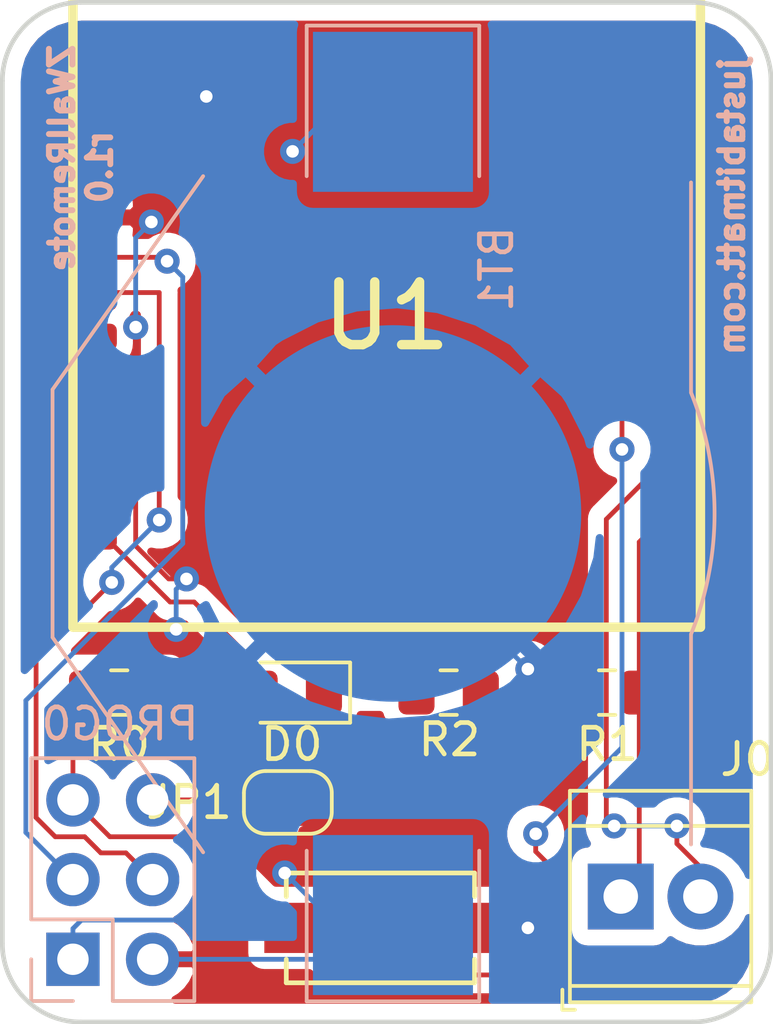
<source format=kicad_pcb>
(kicad_pcb (version 20171130) (host pcbnew "(5.1.2-1)-1")

  (general
    (thickness 1.6)
    (drawings 12)
    (tracks 126)
    (zones 0)
    (modules 10)
    (nets 25)
  )

  (page A4)
  (layers
    (0 F.Cu signal hide)
    (31 B.Cu signal hide)
    (32 B.Adhes user hide)
    (33 F.Adhes user hide)
    (34 B.Paste user hide)
    (35 F.Paste user hide)
    (36 B.SilkS user hide)
    (37 F.SilkS user hide)
    (38 B.Mask user)
    (39 F.Mask user)
    (40 Dwgs.User user hide)
    (41 Cmts.User user hide)
    (42 Eco1.User user hide)
    (43 Eco2.User user hide)
    (44 Edge.Cuts user)
    (45 Margin user hide)
    (46 B.CrtYd user hide)
    (47 F.CrtYd user hide)
    (48 B.Fab user hide)
    (49 F.Fab user hide)
  )

  (setup
    (last_trace_width 0.25)
    (user_trace_width 0.1016)
    (user_trace_width 0.127)
    (user_trace_width 0.1524)
    (trace_clearance 0.2)
    (zone_clearance 0.508)
    (zone_45_only no)
    (trace_min 0.152)
    (via_size 0.8)
    (via_drill 0.4)
    (via_min_size 0.4)
    (via_min_drill 0.3)
    (uvia_size 0.3)
    (uvia_drill 0.1)
    (uvias_allowed no)
    (uvia_min_size 0.2)
    (uvia_min_drill 0.1)
    (edge_width 0.05)
    (segment_width 0.2)
    (pcb_text_width 0.3)
    (pcb_text_size 1.5 1.5)
    (mod_edge_width 0.12)
    (mod_text_size 1 1)
    (mod_text_width 0.15)
    (pad_size 3 0.85)
    (pad_drill 0)
    (pad_to_mask_clearance 0.051)
    (solder_mask_min_width 0.25)
    (aux_axis_origin 0 0)
    (visible_elements FFFFFF7F)
    (pcbplotparams
      (layerselection 0x010f0_ffffffff)
      (usegerberextensions true)
      (usegerberattributes false)
      (usegerberadvancedattributes false)
      (creategerberjobfile false)
      (excludeedgelayer true)
      (linewidth 0.100000)
      (plotframeref false)
      (viasonmask false)
      (mode 1)
      (useauxorigin false)
      (hpglpennumber 1)
      (hpglpenspeed 20)
      (hpglpendiameter 15.000000)
      (psnegative false)
      (psa4output false)
      (plotreference true)
      (plotvalue true)
      (plotinvisibletext false)
      (padsonsilk false)
      (subtractmaskfromsilk false)
      (outputformat 1)
      (mirror false)
      (drillshape 0)
      (scaleselection 1)
      (outputdirectory "gerbers_r1_1/"))
  )

  (net 0 "")
  (net 1 GND)
  (net 2 +3V0)
  (net 3 STATUS)
  (net 4 "Net-(D0-Pad1)")
  (net 5 SW_EN)
  (net 6 SW_READ)
  (net 7 RESET_N)
  (net 8 DBG_DATA)
  (net 9 DBG_CLK)
  (net 10 "Net-(U1-Pad22)")
  (net 11 "Net-(U1-Pad20)")
  (net 12 "Net-(U1-Pad19)")
  (net 13 "Net-(U1-Pad18)")
  (net 14 "Net-(U1-Pad17)")
  (net 15 "Net-(U1-Pad16)")
  (net 16 "Net-(U1-Pad15)")
  (net 17 "Net-(U1-Pad14)")
  (net 18 "Net-(U1-Pad13)")
  (net 19 "Net-(U1-Pad6)")
  (net 20 "Net-(U1-Pad7)")
  (net 21 "Net-(U1-Pad8)")
  (net 22 "Net-(U1-Pad9)")
  (net 23 "Net-(U1-Pad10)")
  (net 24 "Net-(JP1-Pad1)")

  (net_class Default "This is the default net class."
    (clearance 0.2)
    (trace_width 0.25)
    (via_dia 0.8)
    (via_drill 0.4)
    (uvia_dia 0.3)
    (uvia_drill 0.1)
    (add_net +3V0)
    (add_net DBG_CLK)
    (add_net DBG_DATA)
    (add_net GND)
    (add_net "Net-(D0-Pad1)")
    (add_net "Net-(JP1-Pad1)")
    (add_net "Net-(U1-Pad10)")
    (add_net "Net-(U1-Pad13)")
    (add_net "Net-(U1-Pad14)")
    (add_net "Net-(U1-Pad15)")
    (add_net "Net-(U1-Pad16)")
    (add_net "Net-(U1-Pad17)")
    (add_net "Net-(U1-Pad18)")
    (add_net "Net-(U1-Pad19)")
    (add_net "Net-(U1-Pad20)")
    (add_net "Net-(U1-Pad22)")
    (add_net "Net-(U1-Pad6)")
    (add_net "Net-(U1-Pad7)")
    (add_net "Net-(U1-Pad8)")
    (add_net "Net-(U1-Pad9)")
    (add_net RESET_N)
    (add_net STATUS)
    (add_net SW_EN)
    (add_net SW_READ)
  )

  (module Connector_PinHeader_2.54mm:PinHeader_2x03_P2.54mm_Vertical (layer B.Cu) (tedit 5CE019F0) (tstamp 5CE00C3F)
    (at 129.5 112)
    (descr "Through hole straight pin header, 2x03, 2.54mm pitch, double rows")
    (tags "Through hole pin header THT 2x03 2.54mm double row")
    (path /5CE01F32)
    (fp_text reference PROG0 (at 1.5 -7.5) (layer B.SilkS)
      (effects (font (size 1 1) (thickness 0.15)) (justify mirror))
    )
    (fp_text value Conn_02x03_Odd_Even (at 1.27 -7.41) (layer B.Fab)
      (effects (font (size 1 1) (thickness 0.15)) (justify mirror))
    )
    (fp_text user %R (at 1.27 -2.54 -90) (layer B.Fab)
      (effects (font (size 1 1) (thickness 0.15)) (justify mirror))
    )
    (fp_line (start -1.33 1.33) (end 0 1.33) (layer B.SilkS) (width 0.12))
    (fp_line (start -1.33 0) (end -1.33 1.33) (layer B.SilkS) (width 0.12))
    (fp_line (start 1.27 1.33) (end 3.87 1.33) (layer B.SilkS) (width 0.12))
    (fp_line (start 1.27 -1.27) (end 1.27 1.33) (layer B.SilkS) (width 0.12))
    (fp_line (start -1.33 -1.27) (end 1.27 -1.27) (layer B.SilkS) (width 0.12))
    (fp_line (start 3.87 1.33) (end 3.87 -6.41) (layer B.SilkS) (width 0.12))
    (fp_line (start -1.33 -1.27) (end -1.33 -6.41) (layer B.SilkS) (width 0.12))
    (fp_line (start -1.33 -6.41) (end 3.87 -6.41) (layer B.SilkS) (width 0.12))
    (fp_line (start -1.27 0) (end 0 1.27) (layer B.Fab) (width 0.1))
    (fp_line (start -1.27 -6.35) (end -1.27 0) (layer B.Fab) (width 0.1))
    (fp_line (start 3.81 -6.35) (end -1.27 -6.35) (layer B.Fab) (width 0.1))
    (fp_line (start 3.81 1.27) (end 3.81 -6.35) (layer B.Fab) (width 0.1))
    (fp_line (start 0 1.27) (end 3.81 1.27) (layer B.Fab) (width 0.1))
    (pad 6 thru_hole oval (at 2.54 -5.08) (size 1.7 1.7) (drill 1) (layers *.Cu *.Mask)
      (net 24 "Net-(JP1-Pad1)"))
    (pad 5 thru_hole oval (at 0 -5.08) (size 1.7 1.7) (drill 1) (layers *.Cu *.Mask)
      (net 7 RESET_N))
    (pad 4 thru_hole oval (at 2.54 -2.54) (size 1.7 1.7) (drill 1) (layers *.Cu *.Mask)
      (net 8 DBG_DATA))
    (pad 3 thru_hole oval (at 0 -2.54) (size 1.7 1.7) (drill 1) (layers *.Cu *.Mask)
      (net 9 DBG_CLK))
    (pad 2 thru_hole oval (at 2.54 0) (size 1.7 1.7) (drill 1) (layers *.Cu *.Mask)
      (net 2 +3V0))
    (pad 1 thru_hole rect (at 0 0) (size 1.7 1.7) (drill 1) (layers *.Cu *.Mask)
      (net 1 GND))
    (model ${KISYS3DMOD}/Connector_PinHeader_2.54mm.3dshapes/PinHeader_2x03_P2.54mm_Vertical.wrl
      (at (xyz 0 0 0))
      (scale (xyz 1 1 1))
      (rotate (xyz 0 0 0))
    )
  )

  (module Jumper:SolderJumper-2_P1.3mm_Bridged_RoundedPad1.0x1.5mm (layer F.Cu) (tedit 5C745284) (tstamp 5CE00C23)
    (at 136.35 107)
    (descr "SMD Solder Jumper, 1x1.5mm, rounded Pads, 0.3mm gap, bridged with 1 copper strip")
    (tags "solder jumper open")
    (path /5CE0D805)
    (attr virtual)
    (fp_text reference JP1 (at -3.15 0) (layer F.SilkS)
      (effects (font (size 1 1) (thickness 0.15)))
    )
    (fp_text value Jumper_NO_Small (at 0 1.9) (layer F.Fab)
      (effects (font (size 1 1) (thickness 0.15)))
    )
    (fp_arc (start 0.7 -0.3) (end 1.4 -0.3) (angle -90) (layer F.SilkS) (width 0.12))
    (fp_arc (start 0.7 0.3) (end 0.7 1) (angle -90) (layer F.SilkS) (width 0.12))
    (fp_arc (start -0.7 0.3) (end -1.4 0.3) (angle -90) (layer F.SilkS) (width 0.12))
    (fp_arc (start -0.7 -0.3) (end -0.7 -1) (angle -90) (layer F.SilkS) (width 0.12))
    (fp_line (start -1.4 0.3) (end -1.4 -0.3) (layer F.SilkS) (width 0.12))
    (fp_line (start 0.7 1) (end -0.7 1) (layer F.SilkS) (width 0.12))
    (fp_line (start 1.4 -0.3) (end 1.4 0.3) (layer F.SilkS) (width 0.12))
    (fp_line (start -0.7 -1) (end 0.7 -1) (layer F.SilkS) (width 0.12))
    (fp_line (start -1.65 -1.25) (end 1.65 -1.25) (layer F.CrtYd) (width 0.05))
    (fp_line (start -1.65 -1.25) (end -1.65 1.25) (layer F.CrtYd) (width 0.05))
    (fp_line (start 1.65 1.25) (end 1.65 -1.25) (layer F.CrtYd) (width 0.05))
    (fp_line (start 1.65 1.25) (end -1.65 1.25) (layer F.CrtYd) (width 0.05))
    (fp_poly (pts (xy 0.25 -0.3) (xy -0.25 -0.3) (xy -0.25 0.3) (xy 0.25 0.3)) (layer F.Cu) (width 0))
    (pad 2 smd custom (at 0.65 0) (size 1 0.5) (layers F.Cu F.Mask)
      (net 2 +3V0) (zone_connect 2)
      (options (clearance outline) (anchor rect))
      (primitives
        (gr_circle (center 0 0.25) (end 0.5 0.25) (width 0))
        (gr_circle (center 0 -0.25) (end 0.5 -0.25) (width 0))
        (gr_poly (pts
           (xy 0 -0.75) (xy -0.5 -0.75) (xy -0.5 0.75) (xy 0 0.75)) (width 0))
      ))
    (pad 1 smd custom (at -0.65 0) (size 1 0.5) (layers F.Cu F.Mask)
      (net 24 "Net-(JP1-Pad1)") (zone_connect 2)
      (options (clearance outline) (anchor rect))
      (primitives
        (gr_circle (center 0 0.25) (end 0.5 0.25) (width 0))
        (gr_circle (center 0 -0.25) (end 0.5 -0.25) (width 0))
        (gr_poly (pts
           (xy 0 -0.75) (xy 0.5 -0.75) (xy 0.5 0.75) (xy 0 0.75)) (width 0))
      ))
  )

  (module Button_Switch_SMD:DTSM-32S-B (layer F.Cu) (tedit 555B0733) (tstamp 5CD76414)
    (at 139.3 111)
    (descr "Multicomp DTSM-32S-B Switch (SMD)")
    (tags SWITCH)
    (path /5CDC2F67)
    (fp_text reference SW0 (at 0 -3.5) (layer F.SilkS) hide
      (effects (font (size 1 1) (thickness 0.2)))
    )
    (fp_text value RESET_SW (at 0 3.5) (layer F.SilkS) hide
      (effects (font (size 1 1) (thickness 0.2)))
    )
    (fp_line (start -3 -1.75) (end 3 -1.75) (layer F.SilkS) (width 0.15))
    (fp_line (start -3 1.75) (end 3 1.75) (layer F.SilkS) (width 0.15))
    (fp_line (start -3 -1.75) (end -3 -1) (layer F.SilkS) (width 0.15))
    (fp_line (start -3 1.75) (end -3 1) (layer F.SilkS) (width 0.15))
    (fp_line (start 3 -1.75) (end 3 -1) (layer F.SilkS) (width 0.15))
    (fp_line (start 3 1.75) (end 3 1) (layer F.SilkS) (width 0.15))
    (pad 1 smd rect (at -2.7 0) (size 2 1.6) (layers F.Cu F.Paste F.Mask)
      (net 7 RESET_N))
    (pad 2 smd rect (at 2.7 0) (size 2 1.6) (layers F.Cu F.Paste F.Mask)
      (net 1 GND))
  )

  (module Resistor_SMD:R_0805_2012Metric_Pad1.15x1.40mm_HandSolder (layer F.Cu) (tedit 5B36C52B) (tstamp 5CD763F9)
    (at 141.475 103.5)
    (descr "Resistor SMD 0805 (2012 Metric), square (rectangular) end terminal, IPC_7351 nominal with elongated pad for handsoldering. (Body size source: https://docs.google.com/spreadsheets/d/1BsfQQcO9C6DZCsRaXUlFlo91Tg2WpOkGARC1WS5S8t0/edit?usp=sharing), generated with kicad-footprint-generator")
    (tags "resistor handsolder")
    (path /5CDED2FC)
    (attr smd)
    (fp_text reference R2 (at 0.025 1.5) (layer F.SilkS)
      (effects (font (size 1 1) (thickness 0.15)))
    )
    (fp_text value 47 (at 0 1.65) (layer F.Fab)
      (effects (font (size 1 1) (thickness 0.15)))
    )
    (fp_line (start -1 0.6) (end -1 -0.6) (layer F.Fab) (width 0.1))
    (fp_line (start -1 -0.6) (end 1 -0.6) (layer F.Fab) (width 0.1))
    (fp_line (start 1 -0.6) (end 1 0.6) (layer F.Fab) (width 0.1))
    (fp_line (start 1 0.6) (end -1 0.6) (layer F.Fab) (width 0.1))
    (fp_line (start -0.261252 -0.71) (end 0.261252 -0.71) (layer F.SilkS) (width 0.12))
    (fp_line (start -0.261252 0.71) (end 0.261252 0.71) (layer F.SilkS) (width 0.12))
    (fp_line (start -1.85 0.95) (end -1.85 -0.95) (layer F.CrtYd) (width 0.05))
    (fp_line (start -1.85 -0.95) (end 1.85 -0.95) (layer F.CrtYd) (width 0.05))
    (fp_line (start 1.85 -0.95) (end 1.85 0.95) (layer F.CrtYd) (width 0.05))
    (fp_line (start 1.85 0.95) (end -1.85 0.95) (layer F.CrtYd) (width 0.05))
    (fp_text user %R (at 0 0) (layer F.Fab)
      (effects (font (size 0.5 0.5) (thickness 0.08)))
    )
    (pad 1 smd roundrect (at -1.025 0) (size 1.15 1.4) (layers F.Cu F.Paste F.Mask) (roundrect_rratio 0.217391)
      (net 4 "Net-(D0-Pad1)"))
    (pad 2 smd roundrect (at 1.025 0) (size 1.15 1.4) (layers F.Cu F.Paste F.Mask) (roundrect_rratio 0.217391)
      (net 1 GND))
    (model ${KISYS3DMOD}/Resistor_SMD.3dshapes/R_0805_2012Metric.wrl
      (at (xyz 0 0 0))
      (scale (xyz 1 1 1))
      (rotate (xyz 0 0 0))
    )
  )

  (module Resistor_SMD:R_0805_2012Metric_Pad1.15x1.40mm_HandSolder (layer F.Cu) (tedit 5B36C52B) (tstamp 5CD763E8)
    (at 146.525 103.5 180)
    (descr "Resistor SMD 0805 (2012 Metric), square (rectangular) end terminal, IPC_7351 nominal with elongated pad for handsoldering. (Body size source: https://docs.google.com/spreadsheets/d/1BsfQQcO9C6DZCsRaXUlFlo91Tg2WpOkGARC1WS5S8t0/edit?usp=sharing), generated with kicad-footprint-generator")
    (tags "resistor handsolder")
    (path /5CDB7810)
    (attr smd)
    (fp_text reference R1 (at 0 -1.65) (layer F.SilkS)
      (effects (font (size 1 1) (thickness 0.15)))
    )
    (fp_text value 1M (at 0 1.65) (layer F.Fab)
      (effects (font (size 1 1) (thickness 0.15)))
    )
    (fp_text user %R (at 0 0) (layer F.Fab)
      (effects (font (size 0.5 0.5) (thickness 0.08)))
    )
    (fp_line (start 1.85 0.95) (end -1.85 0.95) (layer F.CrtYd) (width 0.05))
    (fp_line (start 1.85 -0.95) (end 1.85 0.95) (layer F.CrtYd) (width 0.05))
    (fp_line (start -1.85 -0.95) (end 1.85 -0.95) (layer F.CrtYd) (width 0.05))
    (fp_line (start -1.85 0.95) (end -1.85 -0.95) (layer F.CrtYd) (width 0.05))
    (fp_line (start -0.261252 0.71) (end 0.261252 0.71) (layer F.SilkS) (width 0.12))
    (fp_line (start -0.261252 -0.71) (end 0.261252 -0.71) (layer F.SilkS) (width 0.12))
    (fp_line (start 1 0.6) (end -1 0.6) (layer F.Fab) (width 0.1))
    (fp_line (start 1 -0.6) (end 1 0.6) (layer F.Fab) (width 0.1))
    (fp_line (start -1 -0.6) (end 1 -0.6) (layer F.Fab) (width 0.1))
    (fp_line (start -1 0.6) (end -1 -0.6) (layer F.Fab) (width 0.1))
    (pad 2 smd roundrect (at 1.025 0 180) (size 1.15 1.4) (layers F.Cu F.Paste F.Mask) (roundrect_rratio 0.217391)
      (net 1 GND))
    (pad 1 smd roundrect (at -1.025 0 180) (size 1.15 1.4) (layers F.Cu F.Paste F.Mask) (roundrect_rratio 0.217391)
      (net 6 SW_READ))
    (model ${KISYS3DMOD}/Resistor_SMD.3dshapes/R_0805_2012Metric.wrl
      (at (xyz 0 0 0))
      (scale (xyz 1 1 1))
      (rotate (xyz 0 0 0))
    )
  )

  (module Resistor_SMD:R_0805_2012Metric_Pad1.15x1.40mm_HandSolder (layer F.Cu) (tedit 5B36C52B) (tstamp 5CD763D7)
    (at 130.975 103.5 180)
    (descr "Resistor SMD 0805 (2012 Metric), square (rectangular) end terminal, IPC_7351 nominal with elongated pad for handsoldering. (Body size source: https://docs.google.com/spreadsheets/d/1BsfQQcO9C6DZCsRaXUlFlo91Tg2WpOkGARC1WS5S8t0/edit?usp=sharing), generated with kicad-footprint-generator")
    (tags "resistor handsolder")
    (path /5CD94A18)
    (attr smd)
    (fp_text reference R0 (at 0 -1.65) (layer F.SilkS)
      (effects (font (size 1 1) (thickness 0.15)))
    )
    (fp_text value 10k (at 0 1.65) (layer F.Fab)
      (effects (font (size 1 1) (thickness 0.15)))
    )
    (fp_text user %R (at 0 0) (layer F.Fab)
      (effects (font (size 0.5 0.5) (thickness 0.08)))
    )
    (fp_line (start 1.85 0.95) (end -1.85 0.95) (layer F.CrtYd) (width 0.05))
    (fp_line (start 1.85 -0.95) (end 1.85 0.95) (layer F.CrtYd) (width 0.05))
    (fp_line (start -1.85 -0.95) (end 1.85 -0.95) (layer F.CrtYd) (width 0.05))
    (fp_line (start -1.85 0.95) (end -1.85 -0.95) (layer F.CrtYd) (width 0.05))
    (fp_line (start -0.261252 0.71) (end 0.261252 0.71) (layer F.SilkS) (width 0.12))
    (fp_line (start -0.261252 -0.71) (end 0.261252 -0.71) (layer F.SilkS) (width 0.12))
    (fp_line (start 1 0.6) (end -1 0.6) (layer F.Fab) (width 0.1))
    (fp_line (start 1 -0.6) (end 1 0.6) (layer F.Fab) (width 0.1))
    (fp_line (start -1 -0.6) (end 1 -0.6) (layer F.Fab) (width 0.1))
    (fp_line (start -1 0.6) (end -1 -0.6) (layer F.Fab) (width 0.1))
    (pad 2 smd roundrect (at 1.025 0 180) (size 1.15 1.4) (layers F.Cu F.Paste F.Mask) (roundrect_rratio 0.217391)
      (net 7 RESET_N))
    (pad 1 smd roundrect (at -1.025 0 180) (size 1.15 1.4) (layers F.Cu F.Paste F.Mask) (roundrect_rratio 0.217391)
      (net 2 +3V0))
    (model ${KISYS3DMOD}/Resistor_SMD.3dshapes/R_0805_2012Metric.wrl
      (at (xyz 0 0 0))
      (scale (xyz 1 1 1))
      (rotate (xyz 0 0 0))
    )
  )

  (module LED_SMD:LED_0805_2012Metric_Pad1.15x1.40mm_HandSolder (layer F.Cu) (tedit 5B4B45C9) (tstamp 5CD7637E)
    (at 136.475 103.5 180)
    (descr "LED SMD 0805 (2012 Metric), square (rectangular) end terminal, IPC_7351 nominal, (Body size source: https://docs.google.com/spreadsheets/d/1BsfQQcO9C6DZCsRaXUlFlo91Tg2WpOkGARC1WS5S8t0/edit?usp=sharing), generated with kicad-footprint-generator")
    (tags "LED handsolder")
    (path /5CDD1C5E)
    (attr smd)
    (fp_text reference D0 (at 0 -1.65) (layer F.SilkS)
      (effects (font (size 1 1) (thickness 0.15)))
    )
    (fp_text value STATUS (at 0 1.65) (layer F.Fab)
      (effects (font (size 1 1) (thickness 0.15)))
    )
    (fp_text user %R (at 0 0) (layer F.Fab)
      (effects (font (size 0.5 0.5) (thickness 0.08)))
    )
    (fp_line (start 1.85 0.95) (end -1.85 0.95) (layer F.CrtYd) (width 0.05))
    (fp_line (start 1.85 -0.95) (end 1.85 0.95) (layer F.CrtYd) (width 0.05))
    (fp_line (start -1.85 -0.95) (end 1.85 -0.95) (layer F.CrtYd) (width 0.05))
    (fp_line (start -1.85 0.95) (end -1.85 -0.95) (layer F.CrtYd) (width 0.05))
    (fp_line (start -1.86 0.96) (end 1 0.96) (layer F.SilkS) (width 0.12))
    (fp_line (start -1.86 -0.96) (end -1.86 0.96) (layer F.SilkS) (width 0.12))
    (fp_line (start 1 -0.96) (end -1.86 -0.96) (layer F.SilkS) (width 0.12))
    (fp_line (start 1 0.6) (end 1 -0.6) (layer F.Fab) (width 0.1))
    (fp_line (start -1 0.6) (end 1 0.6) (layer F.Fab) (width 0.1))
    (fp_line (start -1 -0.3) (end -1 0.6) (layer F.Fab) (width 0.1))
    (fp_line (start -0.7 -0.6) (end -1 -0.3) (layer F.Fab) (width 0.1))
    (fp_line (start 1 -0.6) (end -0.7 -0.6) (layer F.Fab) (width 0.1))
    (pad 2 smd roundrect (at 1.025 0 180) (size 1.15 1.4) (layers F.Cu F.Paste F.Mask) (roundrect_rratio 0.217391)
      (net 3 STATUS))
    (pad 1 smd roundrect (at -1.025 0 180) (size 1.15 1.4) (layers F.Cu F.Paste F.Mask) (roundrect_rratio 0.217391)
      (net 4 "Net-(D0-Pad1)"))
    (model ${KISYS3DMOD}/LED_SMD.3dshapes/LED_0805_2012Metric.wrl
      (at (xyz 0 0 0))
      (scale (xyz 1 1 1))
      (rotate (xyz 0 0 0))
    )
  )

  (module Battery:BatteryHolder_Keystone_3002_1x2032 (layer B.Cu) (tedit 5CBDF5E8) (tstamp 5CD7636B)
    (at 139.7 97.79 90)
    (descr https://www.tme.eu/it/Document/a823211ec201a9e209042d155fe22d2b/KEYS2996.pdf)
    (tags "BR2016 CR2016 DL2016 BR2020 CL2020 BR2025 CR2025 DL2025 DR2032 CR2032 DL2032")
    (path /5CD779D2)
    (attr smd)
    (fp_text reference BT1 (at 7.79 3.3 90) (layer B.SilkS)
      (effects (font (size 1 1) (thickness 0.15)) (justify mirror))
    )
    (fp_text value Battery_Cell (at 0 11 90) (layer B.Fab)
      (effects (font (size 1 1) (thickness 0.15)) (justify mirror))
    )
    (fp_line (start -15.35 2.55) (end -15.35 -2.55) (layer B.Fab) (width 0.1))
    (fp_line (start -15.35 -2.55) (end -10.55 -2.55) (layer B.Fab) (width 0.1))
    (fp_line (start -15.35 2.55) (end -10.55 2.55) (layer B.Fab) (width 0.1))
    (fp_line (start -10.55 -2.55) (end -10.55 -5.85) (layer B.Fab) (width 0.1))
    (fp_line (start 10.55 -2.55) (end 10.55 -5.9) (layer B.Fab) (width 0.1))
    (fp_line (start -3.8 -10.6) (end 3.8 -10.6) (layer B.Fab) (width 0.1))
    (fp_line (start 10.55 -2.55) (end 15.35 -2.55) (layer B.Fab) (width 0.1))
    (fp_line (start 15.35 -2.55) (end 15.35 2.55) (layer B.Fab) (width 0.1))
    (fp_line (start 15.35 2.55) (end 10.55 2.55) (layer B.Fab) (width 0.1))
    (fp_line (start 10.55 2.55) (end 10.55 9.3) (layer B.Fab) (width 0.1))
    (fp_line (start 10.55 9.3) (end -10.55 9.3) (layer B.Fab) (width 0.1))
    (fp_line (start -10.55 2.55) (end -10.55 9.3) (layer B.Fab) (width 0.1))
    (fp_line (start -10.55 -5.85) (end -3.8 -10.6) (layer B.Fab) (width 0.1))
    (fp_line (start -10.8 -6.05) (end -3.95 -10.85) (layer B.SilkS) (width 0.12))
    (fp_line (start -3.95 -10.85) (end 3.95 -10.85) (layer B.SilkS) (width 0.12))
    (fp_line (start 3.95 -10.85) (end 10.75 -6.05) (layer B.SilkS) (width 0.12))
    (fp_line (start 10.55 -5.9) (end 3.8 -10.6) (layer B.Fab) (width 0.1))
    (fp_circle (center 0 0) (end 10 0) (layer Dwgs.User) (width 0.2))
    (fp_line (start -10.55 9.5) (end -3.85 9.5) (layer B.SilkS) (width 0.12))
    (fp_arc (start 0 0) (end 3.85 9.5) (angle 44.1) (layer B.SilkS) (width 0.12))
    (fp_line (start 10.55 9.5) (end 3.85 9.5) (layer B.SilkS) (width 0.12))
    (fp_line (start -15.85 3.05) (end -11.05 3.05) (layer B.CrtYd) (width 0.05))
    (fp_line (start -11.05 3.05) (end -11.05 9.8) (layer B.CrtYd) (width 0.05))
    (fp_line (start -11.05 9.8) (end -3.9 9.8) (layer B.CrtYd) (width 0.05))
    (fp_arc (start 0 0) (end 3.9 9.8) (angle 43.40107348) (layer B.CrtYd) (width 0.05))
    (fp_line (start 11.05 9.8) (end 3.9 9.8) (layer B.CrtYd) (width 0.05))
    (fp_line (start 11.05 9.8) (end 11.05 3.05) (layer B.CrtYd) (width 0.05))
    (fp_line (start 11.05 3.05) (end 15.85 3.05) (layer B.CrtYd) (width 0.05))
    (fp_line (start 15.85 3.05) (end 15.85 -3.05) (layer B.CrtYd) (width 0.05))
    (fp_line (start 15.85 -3.05) (end 11.05 -3.05) (layer B.CrtYd) (width 0.05))
    (fp_line (start 11.05 -3.05) (end 11.05 -6.35) (layer B.CrtYd) (width 0.05))
    (fp_line (start 11.05 -6.35) (end 4.3 -11.1) (layer B.CrtYd) (width 0.05))
    (fp_line (start 4.3 -11.1) (end -4.3 -11.1) (layer B.CrtYd) (width 0.05))
    (fp_line (start -4.3 -11.1) (end -11.05 -6.35) (layer B.CrtYd) (width 0.05))
    (fp_line (start -11.05 -6.35) (end -11.05 -3.05) (layer B.CrtYd) (width 0.05))
    (fp_line (start -11.05 -3.05) (end -15.85 -3.05) (layer B.CrtYd) (width 0.05))
    (fp_line (start -15.85 -3.05) (end -15.85 3.05) (layer B.CrtYd) (width 0.05))
    (fp_line (start -10.75 2.75) (end -15.55 2.75) (layer B.SilkS) (width 0.12))
    (fp_line (start -15.55 2.75) (end -15.55 -2.75) (layer B.SilkS) (width 0.12))
    (fp_line (start -15.55 -2.75) (end -10.75 -2.75) (layer B.SilkS) (width 0.12))
    (fp_line (start 10.75 -2.75) (end 15.55 -2.75) (layer B.SilkS) (width 0.12))
    (fp_line (start 15.55 -2.75) (end 15.55 2.75) (layer B.SilkS) (width 0.12))
    (fp_line (start 15.55 2.75) (end 10.75 2.75) (layer B.SilkS) (width 0.12))
    (fp_text user %R (at -9.15 -9.7 90) (layer B.Fab)
      (effects (font (size 1 1) (thickness 0.15)) (justify mirror))
    )
    (pad 2 smd circle (at 0 0 90) (size 12 12) (layers B.Cu B.Mask)
      (net 1 GND))
    (pad 1 smd rect (at -12.8 0 90) (size 5.1 5.1) (layers B.Cu B.Paste B.Mask)
      (net 2 +3V0))
    (pad 1 smd rect (at 12.8 0 90) (size 5.1 5.1) (layers B.Cu B.Paste B.Mask)
      (net 2 +3V0))
    (model ${KISYS3DMOD}/Battery.3dshapes/BatteryHolder_Keystone_3002_1x2032.wrl
      (at (xyz 0 0 0))
      (scale (xyz 1 1 1))
      (rotate (xyz 0 0 0))
    )
  )

  (module RF_Module:SZ1v5 (layer F.Cu) (tedit 5CD6F46A) (tstamp 5CD76434)
    (at 139.5 87.41603)
    (path /5CD7087A)
    (attr smd)
    (fp_text reference U1 (at 0 4.08397) (layer F.SilkS)
      (effects (font (size 2 2) (thickness 0.3)))
    )
    (fp_text value SZ1v5 (at 0 -2.54) (layer F.Fab)
      (effects (font (size 1 1) (thickness 0.15)))
    )
    (fp_line (start -10 14) (end 10 14) (layer F.SilkS) (width 0.3))
    (fp_line (start -10 -14) (end 10 -14) (layer F.SilkS) (width 0.3))
    (fp_line (start 10 -14) (end 10 14) (layer F.SilkS) (width 0.3))
    (fp_line (start -10 -14) (end -10 14) (layer F.SilkS) (width 0.3))
    (pad 11 smd roundrect (at -9 11.1) (size 3 0.85) (drill (offset -1.1 0)) (layers F.Cu F.Paste F.Mask) (roundrect_rratio 0.25)
      (net 3 STATUS))
    (pad 10 smd roundrect (at -9 9.83) (size 3 0.85) (drill (offset -1.1 0)) (layers F.Cu F.Paste F.Mask) (roundrect_rratio 0.25)
      (net 23 "Net-(U1-Pad10)"))
    (pad 9 smd roundrect (at -9 8.56) (size 3 0.85) (drill (offset -1.1 0)) (layers F.Cu F.Paste F.Mask) (roundrect_rratio 0.25)
      (net 22 "Net-(U1-Pad9)"))
    (pad 0 smd roundrect (at -9 -2.87) (size 3 0.85) (drill (offset -1.1 0)) (layers F.Cu F.Paste F.Mask) (roundrect_rratio 0.25)
      (net 1 GND))
    (pad 1 smd roundrect (at -9 -1.6) (size 3 0.85) (drill (offset -1.1 0)) (layers F.Cu F.Paste F.Mask) (roundrect_rratio 0.25)
      (net 1 GND))
    (pad 2 smd roundrect (at -9 -0.33) (size 3 0.85) (drill (offset -1.1 0)) (layers F.Cu F.Paste F.Mask) (roundrect_rratio 0.25)
      (net 2 +3V0))
    (pad 3 smd roundrect (at -9 0.94) (size 3 0.85) (drill (offset -1.1 0)) (layers F.Cu F.Paste F.Mask) (roundrect_rratio 0.25)
      (net 2 +3V0))
    (pad 4 smd roundrect (at -9 2.21) (size 3 0.85) (drill (offset -1.1 0)) (layers F.Cu F.Paste F.Mask) (roundrect_rratio 0.25)
      (net 9 DBG_CLK))
    (pad 8 smd roundrect (at -9 7.29) (size 3 0.85) (drill (offset -1.1 0)) (layers F.Cu F.Paste F.Mask) (roundrect_rratio 0.25)
      (net 21 "Net-(U1-Pad8)"))
    (pad 7 smd roundrect (at -9 6.02) (size 3 0.85) (drill (offset -1.1 0)) (layers F.Cu F.Paste F.Mask) (roundrect_rratio 0.25)
      (net 20 "Net-(U1-Pad7)"))
    (pad 5 smd roundrect (at -9 3.48) (size 3 0.85) (drill (offset -1.1 0)) (layers F.Cu F.Paste F.Mask) (roundrect_rratio 0.25)
      (net 8 DBG_DATA))
    (pad 6 smd roundrect (at -9 4.75) (size 3 0.85) (drill (offset -1.1 0)) (layers F.Cu F.Paste F.Mask) (roundrect_rratio 0.25)
      (net 19 "Net-(U1-Pad6)"))
    (pad 12 smd roundrect (at 9 -2.87) (size 3 0.85) (drill (offset 1.1 0)) (layers F.Cu F.Paste F.Mask) (roundrect_rratio 0.25)
      (net 7 RESET_N))
    (pad 13 smd roundrect (at 9 -1.6) (size 3 0.85) (drill (offset 1.1 0)) (layers F.Cu F.Paste F.Mask) (roundrect_rratio 0.25)
      (net 18 "Net-(U1-Pad13)"))
    (pad 14 smd roundrect (at 9 -0.33) (size 3 0.85) (drill (offset 1.1 0)) (layers F.Cu F.Paste F.Mask) (roundrect_rratio 0.25)
      (net 17 "Net-(U1-Pad14)"))
    (pad 15 smd roundrect (at 9 0.94) (size 3 0.85) (drill (offset 1.1 0)) (layers F.Cu F.Paste F.Mask) (roundrect_rratio 0.25)
      (net 16 "Net-(U1-Pad15)"))
    (pad 16 smd roundrect (at 9 2.21) (size 3 0.85) (drill (offset 1.1 0)) (layers F.Cu F.Paste F.Mask) (roundrect_rratio 0.25)
      (net 15 "Net-(U1-Pad16)"))
    (pad 17 smd roundrect (at 9 3.48) (size 3 0.85) (drill (offset 1.1 0)) (layers F.Cu F.Paste F.Mask) (roundrect_rratio 0.25)
      (net 14 "Net-(U1-Pad17)"))
    (pad 18 smd roundrect (at 9 4.75) (size 3 0.85) (drill (offset 1.1 0)) (layers F.Cu F.Paste F.Mask) (roundrect_rratio 0.25)
      (net 13 "Net-(U1-Pad18)"))
    (pad 19 smd roundrect (at 9 6.02) (size 3 0.85) (drill (offset 1.1 0)) (layers F.Cu F.Paste F.Mask) (roundrect_rratio 0.25)
      (net 12 "Net-(U1-Pad19)"))
    (pad 20 smd roundrect (at 9 7.29) (size 3 0.85) (drill (offset 1.1 0)) (layers F.Cu F.Paste F.Mask) (roundrect_rratio 0.25)
      (net 11 "Net-(U1-Pad20)"))
    (pad 21 smd roundrect (at 9 8.56) (size 3 0.85) (drill (offset 1.1 0)) (layers F.Cu F.Paste F.Mask) (roundrect_rratio 0.25)
      (net 5 SW_EN))
    (pad 22 smd roundrect (at 9 9.83) (size 3 0.85) (drill (offset 1.1 0)) (layers F.Cu F.Paste F.Mask) (roundrect_rratio 0.25)
      (net 10 "Net-(U1-Pad22)"))
    (pad 23 smd roundrect (at 9 11.1) (size 3 0.85) (drill (offset 1.1 0)) (layers F.Cu F.Paste F.Mask) (roundrect_rratio 0.25)
      (net 6 SW_READ))
  )

  (module TerminalBlock_TE-Connectivity:TerminalBlock_TE_282834-2_1x02_P2.54mm_Horizontal (layer F.Cu) (tedit 5B1EC513) (tstamp 5CD7639E)
    (at 146.96 110)
    (descr "Terminal Block TE 282834-2, 2 pins, pitch 2.54mm, size 5.54x6.5mm^2, drill diamater 1.1mm, pad diameter 2.1mm, see http://www.te.com/commerce/DocumentDelivery/DDEController?Action=showdoc&DocId=Customer+Drawing%7F282834%7FC1%7Fpdf%7FEnglish%7FENG_CD_282834_C1.pdf, script-generated using https://github.com/pointhi/kicad-footprint-generator/scripts/TerminalBlock_TE-Connectivity")
    (tags "THT Terminal Block TE 282834-2 pitch 2.54mm size 5.54x6.5mm^2 drill 1.1mm pad 2.1mm")
    (path /5CDBC96F)
    (fp_text reference J0 (at 4.04 -4.37) (layer F.SilkS)
      (effects (font (size 1 1) (thickness 0.15)))
    )
    (fp_text value SWITCH (at 1.27 4.37) (layer F.Fab)
      (effects (font (size 1 1) (thickness 0.15)))
    )
    (fp_circle (center 0 0) (end 1.1 0) (layer F.Fab) (width 0.1))
    (fp_circle (center 2.54 0) (end 3.64 0) (layer F.Fab) (width 0.1))
    (fp_line (start -1.5 -3.25) (end 4.04 -3.25) (layer F.Fab) (width 0.1))
    (fp_line (start 4.04 -3.25) (end 4.04 3.25) (layer F.Fab) (width 0.1))
    (fp_line (start 4.04 3.25) (end -1.1 3.25) (layer F.Fab) (width 0.1))
    (fp_line (start -1.1 3.25) (end -1.5 2.85) (layer F.Fab) (width 0.1))
    (fp_line (start -1.5 2.85) (end -1.5 -3.25) (layer F.Fab) (width 0.1))
    (fp_line (start -1.5 2.85) (end 4.04 2.85) (layer F.Fab) (width 0.1))
    (fp_line (start -1.62 2.85) (end 4.16 2.85) (layer F.SilkS) (width 0.12))
    (fp_line (start -1.5 -2.25) (end 4.04 -2.25) (layer F.Fab) (width 0.1))
    (fp_line (start -1.62 -2.25) (end 4.16 -2.25) (layer F.SilkS) (width 0.12))
    (fp_line (start -1.62 -3.37) (end 4.16 -3.37) (layer F.SilkS) (width 0.12))
    (fp_line (start -1.62 3.37) (end 4.16 3.37) (layer F.SilkS) (width 0.12))
    (fp_line (start -1.62 -3.37) (end -1.62 3.37) (layer F.SilkS) (width 0.12))
    (fp_line (start 4.16 -3.37) (end 4.16 3.37) (layer F.SilkS) (width 0.12))
    (fp_line (start 0.835 -0.7) (end -0.701 0.835) (layer F.Fab) (width 0.1))
    (fp_line (start 0.701 -0.835) (end -0.835 0.7) (layer F.Fab) (width 0.1))
    (fp_line (start 3.375 -0.7) (end 1.84 0.835) (layer F.Fab) (width 0.1))
    (fp_line (start 3.241 -0.835) (end 1.706 0.7) (layer F.Fab) (width 0.1))
    (fp_line (start -1.86 2.97) (end -1.86 3.61) (layer F.SilkS) (width 0.12))
    (fp_line (start -1.86 3.61) (end -1.46 3.61) (layer F.SilkS) (width 0.12))
    (fp_line (start -2 -3.75) (end -2 3.75) (layer F.CrtYd) (width 0.05))
    (fp_line (start -2 3.75) (end 4.54 3.75) (layer F.CrtYd) (width 0.05))
    (fp_line (start 4.54 3.75) (end 4.54 -3.75) (layer F.CrtYd) (width 0.05))
    (fp_line (start 4.54 -3.75) (end -2 -3.75) (layer F.CrtYd) (width 0.05))
    (fp_text user %R (at 1.27 2) (layer F.Fab)
      (effects (font (size 1 1) (thickness 0.15)))
    )
    (pad 1 thru_hole rect (at 0 0) (size 2.1 2.1) (drill 1.1) (layers *.Cu *.Mask)
      (net 6 SW_READ))
    (pad 2 thru_hole circle (at 2.54 0) (size 2.1 2.1) (drill 1.1) (layers *.Cu *.Mask)
      (net 5 SW_EN))
    (model ${KISYS3DMOD}/TerminalBlock_TE-Connectivity.3dshapes/TerminalBlock_TE_282834-2_1x02_P2.54mm_Horizontal.wrl
      (at (xyz 0 0 0))
      (scale (xyz 1 1 1))
      (rotate (xyz 0 0 0))
    )
  )

  (gr_text justabitmatt.com (at 150.5 88 90) (layer B.SilkS)
    (effects (font (size 0.75 0.75) (thickness 0.1875)) (justify mirror))
  )
  (gr_text "ZWallRemote \nr1.0" (at 129.75 86.75 90) (layer B.SilkS)
    (effects (font (size 0.75 0.75) (thickness 0.1875)) (justify mirror))
  )
  (gr_arc (start 149.25 111.5) (end 149.25 114) (angle -90) (layer Edge.Cuts) (width 0.15) (tstamp 5CE080AC))
  (gr_arc (start 129.75 111.5) (end 127.25 111.5) (angle -90) (layer Edge.Cuts) (width 0.15) (tstamp 5CE080AC))
  (gr_arc (start 149.25 84) (end 151.75 84) (angle -90) (layer Edge.Cuts) (width 0.15) (tstamp 5CE00FEA))
  (gr_arc (start 129.75 84) (end 129.75 81.5) (angle -90) (layer Edge.Cuts) (width 0.15))
  (gr_line (start 127.25 84) (end 127.25 84) (layer Edge.Cuts) (width 0.15) (tstamp 5CE07F7C))
  (gr_line (start 127.25 84) (end 127.25 84) (layer Edge.Cuts) (width 0.15) (tstamp 5CE07F7A))
  (gr_line (start 127.25 111.5) (end 127.25 84) (layer Edge.Cuts) (width 0.15) (tstamp 5CD84B5C))
  (gr_line (start 149.25 114) (end 129.75 114) (layer Edge.Cuts) (width 0.15))
  (gr_line (start 151.75 84) (end 151.75 111.5) (layer Edge.Cuts) (width 0.15))
  (gr_line (start 129.75 81.5) (end 149.25 81.5) (layer Edge.Cuts) (width 0.15))

  (segment (start 143.25 103.5) (end 144 102.75) (width 0.1524) (layer F.Cu) (net 1))
  (via (at 144 102.75) (size 0.8) (drill 0.4) (layers F.Cu B.Cu) (net 1))
  (segment (start 142.5 103.5) (end 143.25 103.5) (width 0.1524) (layer F.Cu) (net 1))
  (segment (start 139.7 98.45) (end 139.7 97.79) (width 0.1524) (layer B.Cu) (net 1))
  (segment (start 144 102.75) (end 139.7 98.45) (width 0.1524) (layer B.Cu) (net 1))
  (segment (start 144.75 103.5) (end 144 102.75) (width 0.1524) (layer F.Cu) (net 1))
  (segment (start 145.5 103.5) (end 144.75 103.5) (width 0.1524) (layer F.Cu) (net 1))
  (segment (start 142 111) (end 143.127 111) (width 0.1524) (layer F.Cu) (net 1))
  (via (at 144 111) (size 0.8) (drill 0.4) (layers F.Cu B.Cu) (net 1))
  (segment (start 143.127 111) (end 144 111) (width 0.1524) (layer F.Cu) (net 1))
  (segment (start 144 111) (end 144 111.25) (width 0.1524) (layer B.Cu) (net 1))
  (segment (start 130.5 84.54603) (end 130.5 84.552445) (width 0.1524) (layer F.Cu) (net 1))
  (segment (start 130.5 84.54603) (end 130.505528 84.54603) (width 0.1524) (layer F.Cu) (net 1))
  (via (at 133.75 84.5) (size 0.8) (drill 0.4) (layers F.Cu B.Cu) (net 1))
  (segment (start 133.700001 84.549999) (end 133.75 84.5) (width 0.1524) (layer B.Cu) (net 1))
  (segment (start 133.700001 91.790001) (end 133.700001 84.549999) (width 0.1524) (layer B.Cu) (net 1))
  (segment (start 139.7 97.79) (end 133.700001 91.790001) (width 0.1524) (layer B.Cu) (net 1))
  (segment (start 130.505528 84.54603) (end 130.538594 84.431871) (width 0.1524) (layer F.Cu) (net 1))
  (segment (start 133.70397 84.54603) (end 133.75 84.5) (width 0.1524) (layer F.Cu) (net 1))
  (segment (start 130.5 84.54603) (end 133.70397 84.54603) (width 0.1524) (layer F.Cu) (net 1))
  (segment (start 130.5 85.81603) (end 130.5 84.54603) (width 0.1524) (layer F.Cu) (net 1))
  (segment (start 129.5 111.023) (end 129.773 110.75) (width 0.1524) (layer B.Cu) (net 1))
  (segment (start 129.5 112) (end 129.5 111.023) (width 0.1524) (layer B.Cu) (net 1))
  (segment (start 129.773 110.75) (end 134.75 110.75) (width 0.1524) (layer B.Cu) (net 1))
  (segment (start 134.75 110.75) (end 134.75 107.75) (width 0.1524) (layer B.Cu) (net 1))
  (segment (start 134.75 107.75) (end 135.75 106.75) (width 0.1524) (layer B.Cu) (net 1))
  (segment (start 140 106.75) (end 144 102.75) (width 0.1524) (layer B.Cu) (net 1))
  (segment (start 135.75 106.75) (end 140 106.75) (width 0.1524) (layer B.Cu) (net 1))
  (segment (start 137 106.677338) (end 137 107) (width 0.1524) (layer F.Cu) (net 2))
  (segment (start 132 103.5) (end 133.822662 103.5) (width 0.1524) (layer F.Cu) (net 2))
  (segment (start 138.41 110.59) (end 139.7 110.59) (width 0.1524) (layer B.Cu) (net 2))
  (via (at 136.25 109.25) (size 0.8) (drill 0.4) (layers F.Cu B.Cu) (net 2))
  (segment (start 137 108.5) (end 136.25 109.25) (width 0.1524) (layer F.Cu) (net 2))
  (segment (start 137 107) (end 137 108.5) (width 0.1524) (layer F.Cu) (net 2))
  (segment (start 137.59 110.59) (end 139.7 110.59) (width 0.1524) (layer B.Cu) (net 2))
  (segment (start 136.25 109.25) (end 137.59 110.59) (width 0.1524) (layer B.Cu) (net 2))
  (segment (start 138.29 112) (end 139.7 110.59) (width 0.1524) (layer B.Cu) (net 2))
  (segment (start 132.04 112) (end 138.29 112) (width 0.1524) (layer B.Cu) (net 2))
  (via (at 136.5 86.25) (size 0.8) (drill 0.4) (layers F.Cu B.Cu) (net 2))
  (segment (start 135.66397 87.08603) (end 136.5 86.25) (width 0.1524) (layer F.Cu) (net 2))
  (segment (start 130.5 87.08603) (end 135.66397 87.08603) (width 0.1524) (layer F.Cu) (net 2))
  (segment (start 137.76 84.99) (end 139.7 84.99) (width 0.1524) (layer B.Cu) (net 2))
  (segment (start 136.5 86.25) (end 137.76 84.99) (width 0.1524) (layer B.Cu) (net 2))
  (segment (start 130.5 88.35603) (end 130.5 87.08603) (width 0.1524) (layer F.Cu) (net 2))
  (via (at 131.5 91.85) (size 0.8) (drill 0.4) (layers F.Cu B.Cu) (net 2))
  (via (at 132 88.5) (size 0.8) (drill 0.4) (layers F.Cu B.Cu) (net 2))
  (segment (start 131.5 89) (end 132 88.5) (width 0.1524) (layer B.Cu) (net 2))
  (segment (start 131.5 91.85) (end 131.5 89) (width 0.1524) (layer B.Cu) (net 2))
  (segment (start 130.64397 88.5) (end 130.5 88.35603) (width 0.1524) (layer F.Cu) (net 2))
  (segment (start 132 88.5) (end 130.64397 88.5) (width 0.1524) (layer F.Cu) (net 2))
  (segment (start 135.372602 104.52501) (end 137 106.152408) (width 0.1524) (layer F.Cu) (net 2))
  (segment (start 134.847672 104.52501) (end 135.372602 104.52501) (width 0.1524) (layer F.Cu) (net 2))
  (segment (start 137 106.152408) (end 137 107) (width 0.1524) (layer F.Cu) (net 2))
  (segment (start 133.822662 103.5) (end 134.847672 104.52501) (width 0.1524) (layer F.Cu) (net 2))
  (segment (start 131.5 91.85) (end 131.5 98.823852) (width 0.1524) (layer F.Cu) (net 2))
  (via (at 133.119113 99.87728) (size 0.8) (drill 0.4) (layers F.Cu B.Cu) (net 2))
  (via (at 132.789616 101.485703) (size 0.8) (drill 0.4) (layers F.Cu B.Cu) (net 2))
  (segment (start 132.553428 99.87728) (end 133.119113 99.87728) (width 0.1524) (layer F.Cu) (net 2))
  (segment (start 132 102.275319) (end 132.389617 101.885702) (width 0.1524) (layer F.Cu) (net 2))
  (segment (start 132.389617 101.885702) (end 132.789616 101.485703) (width 0.1524) (layer F.Cu) (net 2))
  (segment (start 131.5 98.823852) (end 132.553428 99.87728) (width 0.1524) (layer F.Cu) (net 2))
  (segment (start 132 103.5) (end 132 102.275319) (width 0.1524) (layer F.Cu) (net 2))
  (segment (start 132.789616 100.206777) (end 133.119113 99.87728) (width 0.1524) (layer B.Cu) (net 2))
  (segment (start 132.789616 101.485703) (end 132.789616 100.206777) (width 0.1524) (layer B.Cu) (net 2))
  (segment (start 133.362664 100.612664) (end 135.45 102.7) (width 0.1524) (layer F.Cu) (net 3))
  (segment (start 130.5 98.51603) (end 132.596634 100.612664) (width 0.1524) (layer F.Cu) (net 3))
  (segment (start 132.596634 100.612664) (end 133.362664 100.612664) (width 0.1524) (layer F.Cu) (net 3))
  (segment (start 135.45 102.7) (end 135.45 103.5) (width 0.1524) (layer F.Cu) (net 3))
  (segment (start 137.5 103.5) (end 140.45 103.5) (width 0.1524) (layer F.Cu) (net 4))
  (segment (start 146.5 97.97603) (end 146.5 107.5) (width 0.1524) (layer F.Cu) (net 5))
  (segment (start 148.5 95.97603) (end 146.5 97.97603) (width 0.1524) (layer F.Cu) (net 5))
  (via (at 146.75 107.75) (size 0.8) (drill 0.4) (layers F.Cu B.Cu) (net 5))
  (segment (start 146.5 107.5) (end 146.75 107.75) (width 0.1524) (layer F.Cu) (net 5))
  (via (at 148.75 107.75) (size 0.8) (drill 0.4) (layers F.Cu B.Cu) (net 5))
  (segment (start 146.75 107.75) (end 148.75 107.75) (width 0.1524) (layer B.Cu) (net 5))
  (segment (start 148.75 108.315685) (end 148.75 107.75) (width 0.1524) (layer F.Cu) (net 5))
  (segment (start 149.5 109.065685) (end 148.75 108.315685) (width 0.1524) (layer F.Cu) (net 5))
  (segment (start 149.5 110) (end 149.5 109.065685) (width 0.1524) (layer F.Cu) (net 5))
  (segment (start 148.5 98.51603) (end 147.73397 98.51603) (width 0.1524) (layer F.Cu) (net 6))
  (segment (start 147.55 98.7) (end 147.55 103.5) (width 0.1524) (layer F.Cu) (net 6))
  (segment (start 147.73397 98.51603) (end 147.55 98.7) (width 0.1524) (layer F.Cu) (net 6))
  (segment (start 147.55 109.41) (end 146.96 110) (width 0.1524) (layer F.Cu) (net 6))
  (segment (start 147.55 103.5) (end 147.55 109.41) (width 0.1524) (layer F.Cu) (net 6))
  (segment (start 129.5 103.95) (end 129.95 103.5) (width 0.1524) (layer F.Cu) (net 7))
  (segment (start 129.5 106.92) (end 129.5 103.95) (width 0.1524) (layer F.Cu) (net 7))
  (segment (start 138.1 112.5) (end 136.6 111) (width 0.1524) (layer F.Cu) (net 7))
  (via (at 147 95.75) (size 0.8) (drill 0.4) (layers F.Cu B.Cu) (net 7))
  (segment (start 147 86.04603) (end 147 95.75) (width 0.1524) (layer F.Cu) (net 7))
  (segment (start 148.5 84.54603) (end 147 86.04603) (width 0.1524) (layer F.Cu) (net 7))
  (segment (start 147 95.75) (end 147 105.25) (width 0.1524) (layer B.Cu) (net 7))
  (via (at 144.25 108) (size 0.8) (drill 0.4) (layers F.Cu B.Cu) (net 7))
  (segment (start 147 105.25) (end 144.25 108) (width 0.1524) (layer B.Cu) (net 7))
  (segment (start 144.25 108.565685) (end 145 109.315685) (width 0.1524) (layer F.Cu) (net 7))
  (segment (start 145 109.315685) (end 145 112.5) (width 0.1524) (layer F.Cu) (net 7))
  (segment (start 145 112.5) (end 138.1 112.5) (width 0.1524) (layer F.Cu) (net 7))
  (segment (start 144.25 108) (end 144.25 108.565685) (width 0.1524) (layer F.Cu) (net 7))
  (segment (start 136.4 111) (end 136.6 111) (width 0.1524) (layer F.Cu) (net 7))
  (segment (start 133.495001 108.095001) (end 136.4 111) (width 0.1524) (layer F.Cu) (net 7))
  (segment (start 130.675001 108.095001) (end 133.495001 108.095001) (width 0.1524) (layer F.Cu) (net 7))
  (segment (start 129.5 106.92) (end 130.675001 108.095001) (width 0.1524) (layer F.Cu) (net 7))
  (segment (start 132.04 109.46) (end 131.54 109.46) (width 0.1524) (layer F.Cu) (net 8))
  (via (at 132.25 98) (size 0.8) (drill 0.4) (layers F.Cu B.Cu) (net 8))
  (segment (start 132.25 98) (end 132.25 90.75) (width 0.1524) (layer F.Cu) (net 8))
  (segment (start 130.64603 90.75) (end 130.5 90.89603) (width 0.1524) (layer F.Cu) (net 8))
  (segment (start 132.25 90.75) (end 130.64603 90.75) (width 0.1524) (layer F.Cu) (net 8))
  (segment (start 130.73734 99.51266) (end 130.73734 99.98734) (width 0.1524) (layer B.Cu) (net 8))
  (segment (start 132.04 109.46) (end 131.190001 108.610001) (width 0.1524) (layer F.Cu) (net 8))
  (segment (start 128.324999 102.399681) (end 130.337341 100.387339) (width 0.1524) (layer F.Cu) (net 8))
  (via (at 130.73734 99.98734) (size 0.8) (drill 0.4) (layers F.Cu B.Cu) (net 8))
  (segment (start 132.25 98) (end 130.73734 99.51266) (width 0.1524) (layer B.Cu) (net 8))
  (segment (start 130.337341 100.387339) (end 130.73734 99.98734) (width 0.1524) (layer F.Cu) (net 8))
  (segment (start 128.935999 108.095001) (end 128.324999 107.484001) (width 0.1524) (layer F.Cu) (net 8))
  (segment (start 128.324999 107.484001) (end 128.324999 102.399681) (width 0.1524) (layer F.Cu) (net 8))
  (segment (start 129.874003 108.095001) (end 128.935999 108.095001) (width 0.1524) (layer F.Cu) (net 8))
  (segment (start 131.190001 108.610001) (end 130.389003 108.610001) (width 0.1524) (layer F.Cu) (net 8))
  (segment (start 130.389003 108.610001) (end 129.874003 108.095001) (width 0.1524) (layer F.Cu) (net 8))
  (via (at 132.5 89.75) (size 0.8) (drill 0.4) (layers F.Cu B.Cu) (net 9))
  (segment (start 132.37603 89.62603) (end 132.5 89.75) (width 0.1524) (layer F.Cu) (net 9))
  (segment (start 130.5 89.62603) (end 132.37603 89.62603) (width 0.1524) (layer F.Cu) (net 9))
  (segment (start 132.5 89.75) (end 133 90.25) (width 0.1524) (layer B.Cu) (net 9))
  (segment (start 133 90.25) (end 133 98.75) (width 0.1524) (layer B.Cu) (net 9))
  (segment (start 128 107.96) (end 129.5 109.46) (width 0.1524) (layer B.Cu) (net 9))
  (segment (start 128 103.75) (end 128 107.96) (width 0.1524) (layer B.Cu) (net 9))
  (segment (start 128 103.75) (end 133 98.75) (width 0.1524) (layer B.Cu) (net 9))
  (segment (start 135.62 106.92) (end 135.7 107) (width 0.1524) (layer F.Cu) (net 24))
  (segment (start 132.04 106.92) (end 135.62 106.92) (width 0.1524) (layer F.Cu) (net 24))

  (zone (net 2) (net_name +3V0) (layer F.Cu) (tstamp 5CE087F4) (hatch edge 0.508)
    (connect_pads (clearance 0.508))
    (min_thickness 0.254)
    (fill yes (arc_segments 32) (thermal_gap 0.508) (thermal_bridge_width 0.508))
    (polygon
      (pts
        (xy 127.25 81.5) (xy 127.25 114) (xy 151.75 114) (xy 151.75 81.5)
      )
    )
    (filled_polygon
      (pts
        (xy 134.961928 110.567716) (xy 134.961928 111.8) (xy 134.974188 111.924482) (xy 135.010498 112.04418) (xy 135.069463 112.154494)
        (xy 135.148815 112.251185) (xy 135.245506 112.330537) (xy 135.35582 112.389502) (xy 135.475518 112.425812) (xy 135.6 112.438072)
        (xy 137.032284 112.438072) (xy 137.572407 112.978196) (xy 137.594673 113.005327) (xy 137.621804 113.027593) (xy 137.621808 113.027597)
        (xy 137.666135 113.063975) (xy 137.702967 113.094202) (xy 137.826519 113.160242) (xy 137.96058 113.200909) (xy 138.065064 113.2112)
        (xy 138.065073 113.2112) (xy 138.099999 113.21464) (xy 138.134925 113.2112) (xy 144.965064 113.2112) (xy 145 113.214641)
        (xy 145.034936 113.2112) (xy 145.13942 113.200909) (xy 145.273481 113.160242) (xy 145.397033 113.094202) (xy 145.505327 113.005327)
        (xy 145.594202 112.897033) (xy 145.660242 112.773481) (xy 145.700909 112.63942) (xy 145.714641 112.5) (xy 145.7112 112.465064)
        (xy 145.7112 111.653268) (xy 145.785518 111.675812) (xy 145.91 111.688072) (xy 148.01 111.688072) (xy 148.134482 111.675812)
        (xy 148.25418 111.639502) (xy 148.364494 111.580537) (xy 148.461185 111.501185) (xy 148.540537 111.404494) (xy 148.548042 111.390454)
        (xy 148.701853 111.493228) (xy 149.008504 111.620246) (xy 149.334042 111.685) (xy 149.665958 111.685) (xy 149.991496 111.620246)
        (xy 150.298147 111.493228) (xy 150.574125 111.308825) (xy 150.808825 111.074125) (xy 150.993228 110.798147) (xy 151.040001 110.685226)
        (xy 151.040001 111.46527) (xy 151.002571 111.847016) (xy 150.901789 112.180818) (xy 150.738093 112.488687) (xy 150.517716 112.758897)
        (xy 150.249052 112.981154) (xy 149.942337 113.146995) (xy 149.609246 113.250104) (xy 149.229659 113.29) (xy 132.76217 113.29)
        (xy 132.921355 113.195178) (xy 133.137588 113.000269) (xy 133.311641 112.76692) (xy 133.436825 112.504099) (xy 133.481476 112.35689)
        (xy 133.360155 112.127) (xy 132.167 112.127) (xy 132.167 112.147) (xy 131.913 112.147) (xy 131.913 112.127)
        (xy 131.893 112.127) (xy 131.893 111.873) (xy 131.913 111.873) (xy 131.913 111.853) (xy 132.167 111.853)
        (xy 132.167 111.873) (xy 133.360155 111.873) (xy 133.481476 111.64311) (xy 133.436825 111.495901) (xy 133.311641 111.23308)
        (xy 133.137588 110.999731) (xy 132.921355 110.804822) (xy 132.804477 110.735201) (xy 132.869014 110.700706) (xy 133.095134 110.515134)
        (xy 133.280706 110.289014) (xy 133.418599 110.031034) (xy 133.503513 109.751111) (xy 133.532185 109.46) (xy 133.503513 109.168889)
        (xy 133.477566 109.083353)
      )
    )
    (filled_polygon
      (pts
        (xy 132.069041 101.09086) (xy 132.091307 101.117991) (xy 132.118438 101.140257) (xy 132.118442 101.140261) (xy 132.199601 101.206866)
        (xy 132.323153 101.272906) (xy 132.457214 101.313573) (xy 132.561698 101.323864) (xy 132.561707 101.323864) (xy 132.596633 101.327304)
        (xy 132.631559 101.323864) (xy 133.068077 101.323864) (xy 134.356719 102.612507) (xy 134.304528 102.710149) (xy 134.253992 102.876745)
        (xy 134.236928 103.049999) (xy 134.236928 103.950001) (xy 134.253992 104.123255) (xy 134.304528 104.289851) (xy 134.386595 104.443387)
        (xy 134.497038 104.577962) (xy 134.631613 104.688405) (xy 134.785149 104.770472) (xy 134.951745 104.821008) (xy 135.124999 104.838072)
        (xy 135.775001 104.838072) (xy 135.948255 104.821008) (xy 136.114851 104.770472) (xy 136.268387 104.688405) (xy 136.402962 104.577962)
        (xy 136.475 104.490184) (xy 136.547038 104.577962) (xy 136.681613 104.688405) (xy 136.835149 104.770472) (xy 137.001745 104.821008)
        (xy 137.174999 104.838072) (xy 137.825001 104.838072) (xy 137.998255 104.821008) (xy 138.164851 104.770472) (xy 138.318387 104.688405)
        (xy 138.452962 104.577962) (xy 138.563405 104.443387) (xy 138.645472 104.289851) (xy 138.66933 104.2112) (xy 139.28067 104.2112)
        (xy 139.304528 104.289851) (xy 139.386595 104.443387) (xy 139.497038 104.577962) (xy 139.631613 104.688405) (xy 139.785149 104.770472)
        (xy 139.951745 104.821008) (xy 140.124999 104.838072) (xy 140.775001 104.838072) (xy 140.948255 104.821008) (xy 141.114851 104.770472)
        (xy 141.268387 104.688405) (xy 141.402962 104.577962) (xy 141.475 104.490184) (xy 141.547038 104.577962) (xy 141.681613 104.688405)
        (xy 141.835149 104.770472) (xy 142.001745 104.821008) (xy 142.174999 104.838072) (xy 142.825001 104.838072) (xy 142.998255 104.821008)
        (xy 143.164851 104.770472) (xy 143.318387 104.688405) (xy 143.452962 104.577962) (xy 143.563405 104.443387) (xy 143.645472 104.289851)
        (xy 143.696008 104.123255) (xy 143.703428 104.04792) (xy 143.755327 104.005327) (xy 143.777602 103.978186) (xy 143.970787 103.785)
        (xy 144.029212 103.785) (xy 144.222402 103.97819) (xy 144.244673 104.005327) (xy 144.296572 104.04792) (xy 144.303992 104.123255)
        (xy 144.354528 104.289851) (xy 144.436595 104.443387) (xy 144.547038 104.577962) (xy 144.681613 104.688405) (xy 144.835149 104.770472)
        (xy 145.001745 104.821008) (xy 145.174999 104.838072) (xy 145.788801 104.838072) (xy 145.788801 107.365954) (xy 145.754774 107.448102)
        (xy 145.715 107.648061) (xy 145.715 107.851939) (xy 145.754774 108.051898) (xy 145.832795 108.240256) (xy 145.882495 108.314637)
        (xy 145.785518 108.324188) (xy 145.66582 108.360498) (xy 145.555506 108.419463) (xy 145.458815 108.498815) (xy 145.379463 108.595506)
        (xy 145.346771 108.656668) (xy 145.171058 108.480955) (xy 145.245226 108.301898) (xy 145.285 108.101939) (xy 145.285 107.898061)
        (xy 145.245226 107.698102) (xy 145.167205 107.509744) (xy 145.053937 107.340226) (xy 144.909774 107.196063) (xy 144.740256 107.082795)
        (xy 144.551898 107.004774) (xy 144.351939 106.965) (xy 144.148061 106.965) (xy 143.948102 107.004774) (xy 143.759744 107.082795)
        (xy 143.590226 107.196063) (xy 143.446063 107.340226) (xy 143.332795 107.509744) (xy 143.254774 107.698102) (xy 143.215 107.898061)
        (xy 143.215 108.101939) (xy 143.254774 108.301898) (xy 143.332795 108.490256) (xy 143.446063 108.659774) (xy 143.574214 108.787925)
        (xy 143.589758 108.839166) (xy 143.613446 108.883482) (xy 143.655798 108.962717) (xy 143.722403 109.043875) (xy 143.744674 109.071012)
        (xy 143.77181 109.093282) (xy 144.2888 109.610273) (xy 144.2888 110.002169) (xy 144.101939 109.965) (xy 143.898061 109.965)
        (xy 143.698102 110.004774) (xy 143.614817 110.039272) (xy 143.589502 109.95582) (xy 143.530537 109.845506) (xy 143.451185 109.748815)
        (xy 143.354494 109.669463) (xy 143.24418 109.610498) (xy 143.124482 109.574188) (xy 143 109.561928) (xy 141 109.561928)
        (xy 140.875518 109.574188) (xy 140.75582 109.610498) (xy 140.645506 109.669463) (xy 140.548815 109.748815) (xy 140.469463 109.845506)
        (xy 140.410498 109.95582) (xy 140.374188 110.075518) (xy 140.361928 110.2) (xy 140.361928 111.7888) (xy 138.394589 111.7888)
        (xy 138.238072 111.632284) (xy 138.238072 110.2) (xy 138.225812 110.075518) (xy 138.189502 109.95582) (xy 138.130537 109.845506)
        (xy 138.051185 109.748815) (xy 137.954494 109.669463) (xy 137.84418 109.610498) (xy 137.724482 109.574188) (xy 137.6 109.561928)
        (xy 135.967716 109.561928) (xy 134.036987 107.6312) (xy 134.629564 107.6312) (xy 134.632027 107.639319) (xy 134.669536 107.729875)
        (xy 134.728502 107.840192) (xy 134.782958 107.921691) (xy 134.86231 108.018382) (xy 134.931618 108.08769) (xy 135.028309 108.167042)
        (xy 135.109808 108.221498) (xy 135.220125 108.280464) (xy 135.310681 108.317973) (xy 135.430377 108.354282) (xy 135.52651 108.373404)
        (xy 135.650991 108.385664) (xy 135.67555 108.385664) (xy 135.7 108.388072) (xy 136.2 108.388072) (xy 136.324482 108.375812)
        (xy 136.44418 108.339502) (xy 136.554494 108.280537) (xy 136.651185 108.201185) (xy 136.730537 108.104494) (xy 136.789502 107.99418)
        (xy 136.819873 107.89406) (xy 136.837875 107.888762) (xy 136.839847 107.887731) (xy 136.84198 107.887087) (xy 136.894781 107.859012)
        (xy 136.947703 107.831345) (xy 136.949437 107.829951) (xy 136.951404 107.828905) (xy 136.997737 107.791117) (xy 137.044286 107.75369)
        (xy 137.045717 107.751985) (xy 137.047443 107.750577) (xy 137.085539 107.704527) (xy 137.123947 107.658754) (xy 137.12502 107.656802)
        (xy 137.126439 107.655087) (xy 137.154851 107.602539) (xy 137.183651 107.550153) (xy 137.184325 107.548029) (xy 137.185383 107.546072)
        (xy 137.203034 107.48905) (xy 137.221124 107.432024) (xy 137.221373 107.429808) (xy 137.22203 107.427684) (xy 137.228276 107.368257)
        (xy 137.234938 107.308866) (xy 137.234968 107.304596) (xy 137.234985 107.304433) (xy 137.23497 107.30427) (xy 137.235 107.3)
        (xy 137.235 106.7) (xy 137.229166 106.640495) (xy 137.223752 106.581013) (xy 137.223125 106.578882) (xy 137.222907 106.576661)
        (xy 137.205612 106.519379) (xy 137.188762 106.462125) (xy 137.187731 106.460153) (xy 137.187087 106.45802) (xy 137.159012 106.405219)
        (xy 137.131345 106.352297) (xy 137.129951 106.350563) (xy 137.128905 106.348596) (xy 137.091117 106.302263) (xy 137.05369 106.255714)
        (xy 137.051985 106.254283) (xy 137.050577 106.252557) (xy 137.004527 106.214461) (xy 136.958754 106.176053) (xy 136.956802 106.17498)
        (xy 136.955087 106.173561) (xy 136.902539 106.145149) (xy 136.850153 106.116349) (xy 136.848029 106.115675) (xy 136.846072 106.114617)
        (xy 136.820063 106.106566) (xy 136.789502 106.00582) (xy 136.730537 105.895506) (xy 136.651185 105.798815) (xy 136.554494 105.719463)
        (xy 136.44418 105.660498) (xy 136.324482 105.624188) (xy 136.2 105.611928) (xy 135.7 105.611928) (xy 135.67555 105.614336)
        (xy 135.650991 105.614336) (xy 135.52651 105.626596) (xy 135.430377 105.645718) (xy 135.310681 105.682027) (xy 135.220125 105.719536)
        (xy 135.109808 105.778502) (xy 135.028309 105.832958) (xy 134.931618 105.91231) (xy 134.86231 105.981618) (xy 134.782958 106.078309)
        (xy 134.728502 106.159808) (xy 134.702315 106.2088) (xy 133.343679 106.2088) (xy 133.280706 106.090986) (xy 133.095134 105.864866)
        (xy 132.869014 105.679294) (xy 132.611034 105.541401) (xy 132.331111 105.456487) (xy 132.11295 105.435) (xy 131.96705 105.435)
        (xy 131.748889 105.456487) (xy 131.468966 105.541401) (xy 131.210986 105.679294) (xy 130.984866 105.864866) (xy 130.799294 106.090986)
        (xy 130.77 106.145791) (xy 130.740706 106.090986) (xy 130.555134 105.864866) (xy 130.329014 105.679294) (xy 130.2112 105.616321)
        (xy 130.2112 104.838072) (xy 130.275001 104.838072) (xy 130.448255 104.821008) (xy 130.614851 104.770472) (xy 130.768387 104.688405)
        (xy 130.902962 104.577962) (xy 130.908342 104.571406) (xy 130.973815 104.651185) (xy 131.070506 104.730537) (xy 131.18082 104.789502)
        (xy 131.300518 104.825812) (xy 131.425 104.838072) (xy 131.71425 104.835) (xy 131.873 104.67625) (xy 131.873 103.627)
        (xy 132.127 103.627) (xy 132.127 104.67625) (xy 132.28575 104.835) (xy 132.575 104.838072) (xy 132.699482 104.825812)
        (xy 132.81918 104.789502) (xy 132.929494 104.730537) (xy 133.026185 104.651185) (xy 133.105537 104.554494) (xy 133.164502 104.44418)
        (xy 133.200812 104.324482) (xy 133.213072 104.2) (xy 133.21 103.78575) (xy 133.05125 103.627) (xy 132.127 103.627)
        (xy 131.873 103.627) (xy 131.853 103.627) (xy 131.853 103.373) (xy 131.873 103.373) (xy 131.873 102.32375)
        (xy 132.127 102.32375) (xy 132.127 103.373) (xy 133.05125 103.373) (xy 133.21 103.21425) (xy 133.213072 102.8)
        (xy 133.200812 102.675518) (xy 133.164502 102.55582) (xy 133.105537 102.445506) (xy 133.026185 102.348815) (xy 132.929494 102.269463)
        (xy 132.81918 102.210498) (xy 132.699482 102.174188) (xy 132.575 102.161928) (xy 132.28575 102.165) (xy 132.127 102.32375)
        (xy 131.873 102.32375) (xy 131.71425 102.165) (xy 131.425 102.161928) (xy 131.300518 102.174188) (xy 131.18082 102.210498)
        (xy 131.070506 102.269463) (xy 130.973815 102.348815) (xy 130.908342 102.428594) (xy 130.902962 102.422038) (xy 130.768387 102.311595)
        (xy 130.614851 102.229528) (xy 130.448255 102.178992) (xy 130.275001 102.161928) (xy 129.624999 102.161928) (xy 129.562371 102.168096)
        (xy 130.708129 101.02234) (xy 130.839279 101.02234) (xy 131.039238 100.982566) (xy 131.227596 100.904545) (xy 131.397114 100.791277)
        (xy 131.541277 100.647114) (xy 131.57493 100.596749)
      )
    )
    (filled_polygon
      (pts
        (xy 149.597018 82.24743) (xy 149.930819 82.348211) (xy 150.238687 82.511907) (xy 150.508896 82.732284) (xy 150.731157 83.000952)
        (xy 150.896995 83.307663) (xy 150.953263 83.489435) (xy 150.8875 83.482958) (xy 148.3125 83.482958) (xy 148.146562 83.499302)
        (xy 147.987 83.547704) (xy 147.839948 83.626305) (xy 147.711055 83.732085) (xy 147.605275 83.860978) (xy 147.526674 84.00803)
        (xy 147.478272 84.167592) (xy 147.461928 84.33353) (xy 147.461928 84.578314) (xy 146.52181 85.518433) (xy 146.494673 85.540704)
        (xy 146.405798 85.648998) (xy 146.339758 85.77255) (xy 146.299091 85.906611) (xy 146.2888 86.011095) (xy 146.2888 86.011104)
        (xy 146.28536 86.04603) (xy 146.2888 86.080956) (xy 146.288801 94.997488) (xy 146.196063 95.090226) (xy 146.082795 95.259744)
        (xy 146.004774 95.448102) (xy 145.965 95.648061) (xy 145.965 95.851939) (xy 146.004774 96.051898) (xy 146.082795 96.240256)
        (xy 146.196063 96.409774) (xy 146.340226 96.553937) (xy 146.509744 96.667205) (xy 146.698102 96.745226) (xy 146.720551 96.749691)
        (xy 146.021811 97.448432) (xy 145.994673 97.470704) (xy 145.905798 97.578998) (xy 145.839758 97.70255) (xy 145.799091 97.836611)
        (xy 145.7888 97.941095) (xy 145.7888 97.941104) (xy 145.78536 97.97603) (xy 145.7888 98.010956) (xy 145.7888 102.161928)
        (xy 145.174999 102.161928) (xy 145.001745 102.178992) (xy 144.886589 102.213924) (xy 144.803937 102.090226) (xy 144.659774 101.946063)
        (xy 144.490256 101.832795) (xy 144.301898 101.754774) (xy 144.101939 101.715) (xy 143.898061 101.715) (xy 143.698102 101.754774)
        (xy 143.509744 101.832795) (xy 143.340226 101.946063) (xy 143.196063 102.090226) (xy 143.113411 102.213924) (xy 142.998255 102.178992)
        (xy 142.825001 102.161928) (xy 142.174999 102.161928) (xy 142.001745 102.178992) (xy 141.835149 102.229528) (xy 141.681613 102.311595)
        (xy 141.547038 102.422038) (xy 141.475 102.509816) (xy 141.402962 102.422038) (xy 141.268387 102.311595) (xy 141.114851 102.229528)
        (xy 140.948255 102.178992) (xy 140.775001 102.161928) (xy 140.124999 102.161928) (xy 139.951745 102.178992) (xy 139.785149 102.229528)
        (xy 139.631613 102.311595) (xy 139.497038 102.422038) (xy 139.386595 102.556613) (xy 139.304528 102.710149) (xy 139.28067 102.7888)
        (xy 138.66933 102.7888) (xy 138.645472 102.710149) (xy 138.563405 102.556613) (xy 138.452962 102.422038) (xy 138.318387 102.311595)
        (xy 138.164851 102.229528) (xy 137.998255 102.178992) (xy 137.825001 102.161928) (xy 137.174999 102.161928) (xy 137.001745 102.178992)
        (xy 136.835149 102.229528) (xy 136.681613 102.311595) (xy 136.547038 102.422038) (xy 136.475 102.509816) (xy 136.402962 102.422038)
        (xy 136.268387 102.311595) (xy 136.114851 102.229528) (xy 135.948255 102.178992) (xy 135.934577 102.177645) (xy 135.928195 102.172407)
        (xy 133.890266 100.134479) (xy 133.867991 100.107337) (xy 133.759697 100.018462) (xy 133.636145 99.952422) (xy 133.502084 99.911755)
        (xy 133.3976 99.901464) (xy 133.39759 99.901464) (xy 133.362664 99.898024) (xy 133.327738 99.901464) (xy 132.891223 99.901464)
        (xy 131.994142 99.004384) (xy 132.148061 99.035) (xy 132.351939 99.035) (xy 132.551898 98.995226) (xy 132.740256 98.917205)
        (xy 132.909774 98.803937) (xy 133.053937 98.659774) (xy 133.167205 98.490256) (xy 133.245226 98.301898) (xy 133.285 98.101939)
        (xy 133.285 97.898061) (xy 133.245226 97.698102) (xy 133.167205 97.509744) (xy 133.053937 97.340226) (xy 132.9612 97.247489)
        (xy 132.9612 90.784936) (xy 132.964641 90.75) (xy 132.95781 90.680645) (xy 132.990256 90.667205) (xy 133.159774 90.553937)
        (xy 133.303937 90.409774) (xy 133.417205 90.240256) (xy 133.495226 90.051898) (xy 133.535 89.851939) (xy 133.535 89.648061)
        (xy 133.495226 89.448102) (xy 133.417205 89.259744) (xy 133.303937 89.090226) (xy 133.159774 88.946063) (xy 132.990256 88.832795)
        (xy 132.801898 88.754774) (xy 132.601939 88.715) (xy 132.398061 88.715) (xy 132.198102 88.754774) (xy 132.009744 88.832795)
        (xy 131.88697 88.91483) (xy 131.522985 88.91483) (xy 131.525812 88.905512) (xy 131.538072 88.78103) (xy 131.535 88.64178)
        (xy 131.37625 88.48303) (xy 129.527 88.48303) (xy 129.527 88.50303) (xy 129.273 88.50303) (xy 129.273 88.48303)
        (xy 129.253 88.48303) (xy 129.253 88.22903) (xy 129.273 88.22903) (xy 129.273 87.21303) (xy 129.527 87.21303)
        (xy 129.527 88.22903) (xy 131.37625 88.22903) (xy 131.535 88.07028) (xy 131.538072 87.93103) (xy 131.525812 87.806548)
        (xy 131.49987 87.72103) (xy 131.525812 87.635512) (xy 131.538072 87.51103) (xy 131.535 87.37178) (xy 131.37625 87.21303)
        (xy 129.527 87.21303) (xy 129.273 87.21303) (xy 129.253 87.21303) (xy 129.253 86.95903) (xy 129.273 86.95903)
        (xy 129.273 86.93903) (xy 129.527 86.93903) (xy 129.527 86.95903) (xy 131.37625 86.95903) (xy 131.535 86.80028)
        (xy 131.538072 86.66103) (xy 131.525812 86.536548) (xy 131.489502 86.41685) (xy 131.464625 86.370309) (xy 131.473326 86.35403)
        (xy 131.521728 86.194468) (xy 131.538072 86.02853) (xy 131.538072 85.60353) (xy 131.521728 85.437592) (xy 131.473326 85.27803)
        (xy 131.462208 85.25723) (xy 133.043519 85.25723) (xy 133.090226 85.303937) (xy 133.259744 85.417205) (xy 133.448102 85.495226)
        (xy 133.648061 85.535) (xy 133.851939 85.535) (xy 134.051898 85.495226) (xy 134.240256 85.417205) (xy 134.409774 85.303937)
        (xy 134.553937 85.159774) (xy 134.667205 84.990256) (xy 134.745226 84.801898) (xy 134.785 84.601939) (xy 134.785 84.398061)
        (xy 134.745226 84.198102) (xy 134.667205 84.009744) (xy 134.553937 83.840226) (xy 134.409774 83.696063) (xy 134.240256 83.582795)
        (xy 134.051898 83.504774) (xy 133.851939 83.465) (xy 133.648061 83.465) (xy 133.448102 83.504774) (xy 133.259744 83.582795)
        (xy 133.090226 83.696063) (xy 132.951459 83.83483) (xy 131.373266 83.83483) (xy 131.288945 83.732085) (xy 131.160052 83.626305)
        (xy 131.013 83.547704) (xy 130.853438 83.499302) (xy 130.6875 83.482958) (xy 128.1125 83.482958) (xy 128.04681 83.489428)
        (xy 128.098211 83.319181) (xy 128.261907 83.011313) (xy 128.482284 82.741104) (xy 128.750952 82.518843) (xy 129.057663 82.353005)
        (xy 129.390753 82.249896) (xy 129.770341 82.21) (xy 149.215279 82.21)
      )
    )
    (filled_polygon
      (pts
        (xy 131.5388 97.247489) (xy 131.538072 97.248217) (xy 131.538072 97.03353) (xy 131.521728 96.867592) (xy 131.473326 96.70803)
        (xy 131.421478 96.61103) (xy 131.473326 96.51403) (xy 131.521728 96.354468) (xy 131.538072 96.18853) (xy 131.538072 95.76353)
        (xy 131.521728 95.597592) (xy 131.473326 95.43803) (xy 131.421478 95.34103) (xy 131.473326 95.24403) (xy 131.521728 95.084468)
        (xy 131.538072 94.91853) (xy 131.538072 94.49353) (xy 131.521728 94.327592) (xy 131.473326 94.16803) (xy 131.421478 94.07103)
        (xy 131.473326 93.97403) (xy 131.521728 93.814468) (xy 131.538072 93.64853) (xy 131.538072 93.22353) (xy 131.521728 93.057592)
        (xy 131.473326 92.89803) (xy 131.421478 92.80103) (xy 131.473326 92.70403) (xy 131.521728 92.544468) (xy 131.538072 92.37853)
        (xy 131.538072 91.95353) (xy 131.521728 91.787592) (xy 131.473326 91.62803) (xy 131.421478 91.53103) (xy 131.458803 91.4612)
        (xy 131.538801 91.4612)
      )
    )
  )
  (zone (net 1) (net_name GND) (layer B.Cu) (tstamp 5CE087F1) (hatch edge 0.508)
    (connect_pads (clearance 0.508))
    (min_thickness 0.254)
    (fill yes (arc_segments 32) (thermal_gap 0.508) (thermal_bridge_width 0.508))
    (polygon
      (pts
        (xy 127.25 81.5) (xy 127.25 114) (xy 151.75 114) (xy 151.75 81.5)
      )
    )
    (filled_polygon
      (pts
        (xy 136.524188 82.315518) (xy 136.511928 82.44) (xy 136.511928 85.215) (xy 136.398061 85.215) (xy 136.198102 85.254774)
        (xy 136.009744 85.332795) (xy 135.840226 85.446063) (xy 135.696063 85.590226) (xy 135.582795 85.759744) (xy 135.504774 85.948102)
        (xy 135.465 86.148061) (xy 135.465 86.351939) (xy 135.504774 86.551898) (xy 135.582795 86.740256) (xy 135.696063 86.909774)
        (xy 135.840226 87.053937) (xy 136.009744 87.167205) (xy 136.198102 87.245226) (xy 136.398061 87.285) (xy 136.511928 87.285)
        (xy 136.511928 87.54) (xy 136.524188 87.664482) (xy 136.560498 87.78418) (xy 136.619463 87.894494) (xy 136.698815 87.991185)
        (xy 136.795506 88.070537) (xy 136.90582 88.129502) (xy 137.025518 88.165812) (xy 137.15 88.178072) (xy 142.25 88.178072)
        (xy 142.374482 88.165812) (xy 142.49418 88.129502) (xy 142.604494 88.070537) (xy 142.701185 87.991185) (xy 142.780537 87.894494)
        (xy 142.839502 87.78418) (xy 142.875812 87.664482) (xy 142.888072 87.54) (xy 142.888072 82.44) (xy 142.875812 82.315518)
        (xy 142.843803 82.21) (xy 149.215279 82.21) (xy 149.597018 82.24743) (xy 149.930819 82.348211) (xy 150.238687 82.511907)
        (xy 150.508896 82.732284) (xy 150.731157 83.000952) (xy 150.896995 83.307663) (xy 151.000104 83.640753) (xy 151.04 84.020341)
        (xy 151.040001 109.314774) (xy 150.993228 109.201853) (xy 150.808825 108.925875) (xy 150.574125 108.691175) (xy 150.298147 108.506772)
        (xy 149.991496 108.379754) (xy 149.665958 108.315) (xy 149.617263 108.315) (xy 149.667205 108.240256) (xy 149.745226 108.051898)
        (xy 149.785 107.851939) (xy 149.785 107.648061) (xy 149.745226 107.448102) (xy 149.667205 107.259744) (xy 149.553937 107.090226)
        (xy 149.409774 106.946063) (xy 149.240256 106.832795) (xy 149.051898 106.754774) (xy 148.851939 106.715) (xy 148.648061 106.715)
        (xy 148.448102 106.754774) (xy 148.259744 106.832795) (xy 148.090226 106.946063) (xy 147.997489 107.0388) (xy 147.502511 107.0388)
        (xy 147.409774 106.946063) (xy 147.240256 106.832795) (xy 147.051898 106.754774) (xy 146.851939 106.715) (xy 146.648061 106.715)
        (xy 146.514152 106.741636) (xy 147.478196 105.777593) (xy 147.505327 105.755327) (xy 147.527593 105.728196) (xy 147.527597 105.728192)
        (xy 147.594202 105.647033) (xy 147.660242 105.523481) (xy 147.700909 105.38942) (xy 147.7112 105.284936) (xy 147.7112 105.284927)
        (xy 147.71464 105.250001) (xy 147.7112 105.215075) (xy 147.7112 96.502511) (xy 147.803937 96.409774) (xy 147.917205 96.240256)
        (xy 147.995226 96.051898) (xy 148.035 95.851939) (xy 148.035 95.648061) (xy 147.995226 95.448102) (xy 147.917205 95.259744)
        (xy 147.803937 95.090226) (xy 147.659774 94.946063) (xy 147.490256 94.832795) (xy 147.301898 94.754774) (xy 147.101939 94.715)
        (xy 146.898061 94.715) (xy 146.698102 94.754774) (xy 146.509744 94.832795) (xy 146.340226 94.946063) (xy 146.196063 95.090226)
        (xy 146.082795 95.259744) (xy 146.004774 95.448102) (xy 145.975335 95.596105) (xy 145.909928 95.36367) (xy 145.317253 94.198794)
        (xy 145.167471 93.974631) (xy 144.391028 93.278577) (xy 139.879605 97.79) (xy 144.391028 102.301423) (xy 145.167471 101.605369)
        (xy 145.806757 100.465408) (xy 146.211363 99.222631) (xy 146.2888 98.571628) (xy 146.288801 104.95541) (xy 144.279213 106.965)
        (xy 144.148061 106.965) (xy 143.948102 107.004774) (xy 143.759744 107.082795) (xy 143.590226 107.196063) (xy 143.446063 107.340226)
        (xy 143.332795 107.509744) (xy 143.254774 107.698102) (xy 143.215 107.898061) (xy 143.215 108.101939) (xy 143.254774 108.301898)
        (xy 143.332795 108.490256) (xy 143.446063 108.659774) (xy 143.590226 108.803937) (xy 143.759744 108.917205) (xy 143.948102 108.995226)
        (xy 144.148061 109.035) (xy 144.351939 109.035) (xy 144.551898 108.995226) (xy 144.740256 108.917205) (xy 144.909774 108.803937)
        (xy 145.053937 108.659774) (xy 145.167205 108.490256) (xy 145.245226 108.301898) (xy 145.285 108.101939) (xy 145.285 107.970787)
        (xy 145.741636 107.514152) (xy 145.715 107.648061) (xy 145.715 107.851939) (xy 145.754774 108.051898) (xy 145.832795 108.240256)
        (xy 145.882495 108.314637) (xy 145.785518 108.324188) (xy 145.66582 108.360498) (xy 145.555506 108.419463) (xy 145.458815 108.498815)
        (xy 145.379463 108.595506) (xy 145.320498 108.70582) (xy 145.284188 108.825518) (xy 145.271928 108.95) (xy 145.271928 111.05)
        (xy 145.284188 111.174482) (xy 145.320498 111.29418) (xy 145.379463 111.404494) (xy 145.458815 111.501185) (xy 145.555506 111.580537)
        (xy 145.66582 111.639502) (xy 145.785518 111.675812) (xy 145.91 111.688072) (xy 148.01 111.688072) (xy 148.134482 111.675812)
        (xy 148.25418 111.639502) (xy 148.364494 111.580537) (xy 148.461185 111.501185) (xy 148.540537 111.404494) (xy 148.548042 111.390454)
        (xy 148.701853 111.493228) (xy 149.008504 111.620246) (xy 149.334042 111.685) (xy 149.665958 111.685) (xy 149.991496 111.620246)
        (xy 150.298147 111.493228) (xy 150.574125 111.308825) (xy 150.808825 111.074125) (xy 150.993228 110.798147) (xy 151.040001 110.685226)
        (xy 151.040001 111.46527) (xy 151.002571 111.847016) (xy 150.901789 112.180818) (xy 150.738093 112.488687) (xy 150.517716 112.758897)
        (xy 150.249052 112.981154) (xy 149.942337 113.146995) (xy 149.609246 113.250104) (xy 149.229659 113.29) (xy 142.868071 113.29)
        (xy 142.875812 113.264482) (xy 142.888072 113.14) (xy 142.888072 108.04) (xy 142.875812 107.915518) (xy 142.839502 107.79582)
        (xy 142.780537 107.685506) (xy 142.701185 107.588815) (xy 142.604494 107.509463) (xy 142.49418 107.450498) (xy 142.374482 107.414188)
        (xy 142.25 107.401928) (xy 137.15 107.401928) (xy 137.025518 107.414188) (xy 136.90582 107.450498) (xy 136.795506 107.509463)
        (xy 136.698815 107.588815) (xy 136.619463 107.685506) (xy 136.560498 107.79582) (xy 136.524188 107.915518) (xy 136.511928 108.04)
        (xy 136.511928 108.246824) (xy 136.351939 108.215) (xy 136.148061 108.215) (xy 135.948102 108.254774) (xy 135.759744 108.332795)
        (xy 135.590226 108.446063) (xy 135.446063 108.590226) (xy 135.332795 108.759744) (xy 135.254774 108.948102) (xy 135.215 109.148061)
        (xy 135.215 109.351939) (xy 135.254774 109.551898) (xy 135.332795 109.740256) (xy 135.446063 109.909774) (xy 135.590226 110.053937)
        (xy 135.759744 110.167205) (xy 135.948102 110.245226) (xy 136.148061 110.285) (xy 136.279213 110.285) (xy 136.511928 110.517716)
        (xy 136.511928 111.2888) (xy 133.343679 111.2888) (xy 133.280706 111.170986) (xy 133.095134 110.944866) (xy 132.869014 110.759294)
        (xy 132.814209 110.73) (xy 132.869014 110.700706) (xy 133.095134 110.515134) (xy 133.280706 110.289014) (xy 133.418599 110.031034)
        (xy 133.503513 109.751111) (xy 133.532185 109.46) (xy 133.503513 109.168889) (xy 133.418599 108.888966) (xy 133.280706 108.630986)
        (xy 133.095134 108.404866) (xy 132.869014 108.219294) (xy 132.814209 108.19) (xy 132.869014 108.160706) (xy 133.095134 107.975134)
        (xy 133.280706 107.749014) (xy 133.418599 107.491034) (xy 133.503513 107.211111) (xy 133.532185 106.92) (xy 133.503513 106.628889)
        (xy 133.418599 106.348966) (xy 133.280706 106.090986) (xy 133.095134 105.864866) (xy 132.869014 105.679294) (xy 132.611034 105.541401)
        (xy 132.331111 105.456487) (xy 132.11295 105.435) (xy 131.96705 105.435) (xy 131.748889 105.456487) (xy 131.468966 105.541401)
        (xy 131.210986 105.679294) (xy 130.984866 105.864866) (xy 130.799294 106.090986) (xy 130.77 106.145791) (xy 130.740706 106.090986)
        (xy 130.555134 105.864866) (xy 130.329014 105.679294) (xy 130.071034 105.541401) (xy 129.791111 105.456487) (xy 129.57295 105.435)
        (xy 129.42705 105.435) (xy 129.208889 105.456487) (xy 128.928966 105.541401) (xy 128.7112 105.657799) (xy 128.7112 104.044587)
        (xy 132.078417 100.677371) (xy 132.078417 100.733191) (xy 131.985679 100.825929) (xy 131.872411 100.995447) (xy 131.79439 101.183805)
        (xy 131.754616 101.383764) (xy 131.754616 101.587642) (xy 131.79439 101.787601) (xy 131.872411 101.975959) (xy 131.985679 102.145477)
        (xy 132.129842 102.28964) (xy 132.29936 102.402908) (xy 132.487718 102.480929) (xy 132.687677 102.520703) (xy 132.891555 102.520703)
        (xy 133.091016 102.481028) (xy 135.188577 102.481028) (xy 135.884631 103.257471) (xy 137.024592 103.896757) (xy 138.267369 104.301363)
        (xy 139.5652 104.455741) (xy 140.868212 104.35396) (xy 142.12633 103.999928) (xy 143.291206 103.407253) (xy 143.515369 103.257471)
        (xy 144.211423 102.481028) (xy 139.7 97.969605) (xy 135.188577 102.481028) (xy 133.091016 102.481028) (xy 133.091514 102.480929)
        (xy 133.279872 102.402908) (xy 133.44939 102.28964) (xy 133.593553 102.145477) (xy 133.706821 101.975959) (xy 133.784842 101.787601)
        (xy 133.824616 101.587642) (xy 133.824616 101.383764) (xy 133.784842 101.183805) (xy 133.706821 100.995447) (xy 133.593553 100.825929)
        (xy 133.575951 100.808327) (xy 133.609369 100.794485) (xy 133.739866 100.70729) (xy 134.082747 101.381206) (xy 134.232529 101.605369)
        (xy 135.008972 102.301423) (xy 139.520395 97.79) (xy 135.008972 93.278577) (xy 134.232529 93.974631) (xy 133.7112 94.904254)
        (xy 133.7112 93.098972) (xy 135.188577 93.098972) (xy 139.7 97.610395) (xy 144.211423 93.098972) (xy 143.515369 92.322529)
        (xy 142.375408 91.683243) (xy 141.132631 91.278637) (xy 139.8348 91.124259) (xy 138.531788 91.22604) (xy 137.27367 91.580072)
        (xy 136.108794 92.172747) (xy 135.884631 92.322529) (xy 135.188577 93.098972) (xy 133.7112 93.098972) (xy 133.7112 90.284928)
        (xy 133.71464 90.25) (xy 133.7112 90.215071) (xy 133.7112 90.215064) (xy 133.700909 90.11058) (xy 133.674488 90.023481)
        (xy 133.660242 89.976518) (xy 133.594202 89.852967) (xy 133.535 89.78083) (xy 133.535 89.648061) (xy 133.495226 89.448102)
        (xy 133.417205 89.259744) (xy 133.303937 89.090226) (xy 133.159774 88.946063) (xy 132.990256 88.832795) (xy 132.983574 88.830027)
        (xy 132.995226 88.801898) (xy 133.035 88.601939) (xy 133.035 88.398061) (xy 132.995226 88.198102) (xy 132.917205 88.009744)
        (xy 132.803937 87.840226) (xy 132.659774 87.696063) (xy 132.490256 87.582795) (xy 132.301898 87.504774) (xy 132.101939 87.465)
        (xy 131.898061 87.465) (xy 131.698102 87.504774) (xy 131.509744 87.582795) (xy 131.340226 87.696063) (xy 131.196063 87.840226)
        (xy 131.082795 88.009744) (xy 131.004774 88.198102) (xy 130.965 88.398061) (xy 130.965 88.530831) (xy 130.906643 88.601939)
        (xy 130.905799 88.602967) (xy 130.839759 88.726519) (xy 130.807521 88.832795) (xy 130.799092 88.860581) (xy 130.78536 89)
        (xy 130.788801 89.034936) (xy 130.7888 91.097489) (xy 130.696063 91.190226) (xy 130.582795 91.359744) (xy 130.504774 91.548102)
        (xy 130.465 91.748061) (xy 130.465 91.951939) (xy 130.504774 92.151898) (xy 130.582795 92.340256) (xy 130.696063 92.509774)
        (xy 130.840226 92.653937) (xy 131.009744 92.767205) (xy 131.198102 92.845226) (xy 131.398061 92.885) (xy 131.601939 92.885)
        (xy 131.801898 92.845226) (xy 131.990256 92.767205) (xy 132.159774 92.653937) (xy 132.2888 92.524911) (xy 132.288801 96.965)
        (xy 132.148061 96.965) (xy 131.948102 97.004774) (xy 131.759744 97.082795) (xy 131.590226 97.196063) (xy 131.446063 97.340226)
        (xy 131.332795 97.509744) (xy 131.254774 97.698102) (xy 131.215 97.898061) (xy 131.215 98.029212) (xy 130.25915 98.985063)
        (xy 130.232013 99.007334) (xy 130.143138 99.115628) (xy 130.123215 99.152901) (xy 130.077566 99.183403) (xy 129.933403 99.327566)
        (xy 129.820135 99.497084) (xy 129.742114 99.685442) (xy 129.70234 99.885401) (xy 129.70234 100.089279) (xy 129.742114 100.289238)
        (xy 129.820135 100.477596) (xy 129.933403 100.647114) (xy 130.015251 100.728962) (xy 127.96 102.784213) (xy 127.96 84.034877)
        (xy 127.963435 84) (xy 127.96342 83.999845) (xy 127.99743 83.652982) (xy 128.098211 83.319181) (xy 128.261907 83.011313)
        (xy 128.482284 82.741104) (xy 128.750952 82.518843) (xy 129.057663 82.353005) (xy 129.390753 82.249896) (xy 129.770341 82.21)
        (xy 136.556197 82.21)
      )
    )
    (filled_polygon
      (pts
        (xy 129.627 111.873) (xy 129.647 111.873) (xy 129.647 112.127) (xy 129.627 112.127) (xy 129.627 112.147)
        (xy 129.373 112.147) (xy 129.373 112.127) (xy 129.353 112.127) (xy 129.353 111.873) (xy 129.373 111.873)
        (xy 129.373 111.853) (xy 129.627 111.853)
      )
    )
  )
)

</source>
